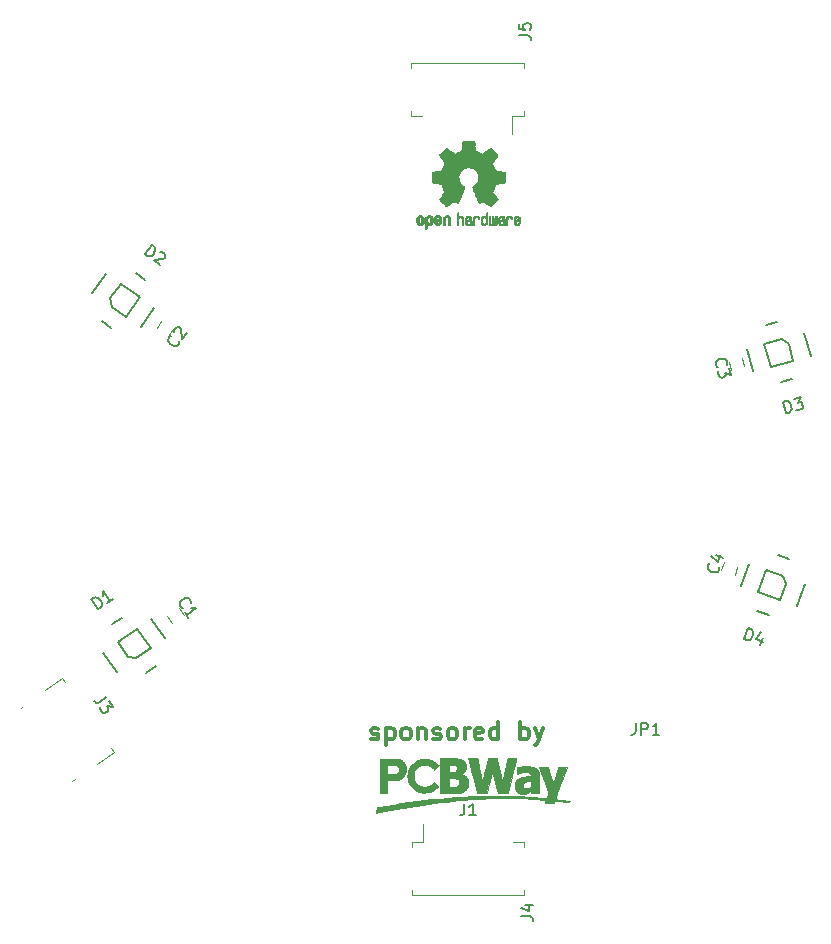
<source format=gbr>
G04 #@! TF.GenerationSoftware,KiCad,Pcbnew,(5.0.0)*
G04 #@! TF.CreationDate,2018-10-21T21:14:25+02:00*
G04 #@! TF.ProjectId,dome disc,646F6D6520646973632E6B696361645F,rev?*
G04 #@! TF.SameCoordinates,Original*
G04 #@! TF.FileFunction,Legend,Top*
G04 #@! TF.FilePolarity,Positive*
%FSLAX46Y46*%
G04 Gerber Fmt 4.6, Leading zero omitted, Abs format (unit mm)*
G04 Created by KiCad (PCBNEW (5.0.0)) date 10/21/18 21:14:25*
%MOMM*%
%LPD*%
G01*
G04 APERTURE LIST*
%ADD10C,0.300000*%
%ADD11C,0.120000*%
%ADD12C,0.200000*%
%ADD13C,0.010000*%
%ADD14C,0.150000*%
G04 APERTURE END LIST*
D10*
X123550000Y-107507142D02*
X123692857Y-107578571D01*
X123978571Y-107578571D01*
X124121428Y-107507142D01*
X124192857Y-107364285D01*
X124192857Y-107292857D01*
X124121428Y-107150000D01*
X123978571Y-107078571D01*
X123764285Y-107078571D01*
X123621428Y-107007142D01*
X123550000Y-106864285D01*
X123550000Y-106792857D01*
X123621428Y-106650000D01*
X123764285Y-106578571D01*
X123978571Y-106578571D01*
X124121428Y-106650000D01*
X124835714Y-106578571D02*
X124835714Y-108078571D01*
X124835714Y-106650000D02*
X124978571Y-106578571D01*
X125264285Y-106578571D01*
X125407142Y-106650000D01*
X125478571Y-106721428D01*
X125550000Y-106864285D01*
X125550000Y-107292857D01*
X125478571Y-107435714D01*
X125407142Y-107507142D01*
X125264285Y-107578571D01*
X124978571Y-107578571D01*
X124835714Y-107507142D01*
X126407142Y-107578571D02*
X126264285Y-107507142D01*
X126192857Y-107435714D01*
X126121428Y-107292857D01*
X126121428Y-106864285D01*
X126192857Y-106721428D01*
X126264285Y-106650000D01*
X126407142Y-106578571D01*
X126621428Y-106578571D01*
X126764285Y-106650000D01*
X126835714Y-106721428D01*
X126907142Y-106864285D01*
X126907142Y-107292857D01*
X126835714Y-107435714D01*
X126764285Y-107507142D01*
X126621428Y-107578571D01*
X126407142Y-107578571D01*
X127550000Y-106578571D02*
X127550000Y-107578571D01*
X127550000Y-106721428D02*
X127621428Y-106650000D01*
X127764285Y-106578571D01*
X127978571Y-106578571D01*
X128121428Y-106650000D01*
X128192857Y-106792857D01*
X128192857Y-107578571D01*
X128835714Y-107507142D02*
X128978571Y-107578571D01*
X129264285Y-107578571D01*
X129407142Y-107507142D01*
X129478571Y-107364285D01*
X129478571Y-107292857D01*
X129407142Y-107150000D01*
X129264285Y-107078571D01*
X129050000Y-107078571D01*
X128907142Y-107007142D01*
X128835714Y-106864285D01*
X128835714Y-106792857D01*
X128907142Y-106650000D01*
X129050000Y-106578571D01*
X129264285Y-106578571D01*
X129407142Y-106650000D01*
X130335714Y-107578571D02*
X130192857Y-107507142D01*
X130121428Y-107435714D01*
X130050000Y-107292857D01*
X130050000Y-106864285D01*
X130121428Y-106721428D01*
X130192857Y-106650000D01*
X130335714Y-106578571D01*
X130550000Y-106578571D01*
X130692857Y-106650000D01*
X130764285Y-106721428D01*
X130835714Y-106864285D01*
X130835714Y-107292857D01*
X130764285Y-107435714D01*
X130692857Y-107507142D01*
X130550000Y-107578571D01*
X130335714Y-107578571D01*
X131478571Y-107578571D02*
X131478571Y-106578571D01*
X131478571Y-106864285D02*
X131550000Y-106721428D01*
X131621428Y-106650000D01*
X131764285Y-106578571D01*
X131907142Y-106578571D01*
X132978571Y-107507142D02*
X132835714Y-107578571D01*
X132550000Y-107578571D01*
X132407142Y-107507142D01*
X132335714Y-107364285D01*
X132335714Y-106792857D01*
X132407142Y-106650000D01*
X132550000Y-106578571D01*
X132835714Y-106578571D01*
X132978571Y-106650000D01*
X133050000Y-106792857D01*
X133050000Y-106935714D01*
X132335714Y-107078571D01*
X134335714Y-107578571D02*
X134335714Y-106078571D01*
X134335714Y-107507142D02*
X134192857Y-107578571D01*
X133907142Y-107578571D01*
X133764285Y-107507142D01*
X133692857Y-107435714D01*
X133621428Y-107292857D01*
X133621428Y-106864285D01*
X133692857Y-106721428D01*
X133764285Y-106650000D01*
X133907142Y-106578571D01*
X134192857Y-106578571D01*
X134335714Y-106650000D01*
X136192857Y-107578571D02*
X136192857Y-106078571D01*
X136192857Y-106650000D02*
X136335714Y-106578571D01*
X136621428Y-106578571D01*
X136764285Y-106650000D01*
X136835714Y-106721428D01*
X136907142Y-106864285D01*
X136907142Y-107292857D01*
X136835714Y-107435714D01*
X136764285Y-107507142D01*
X136621428Y-107578571D01*
X136335714Y-107578571D01*
X136192857Y-107507142D01*
X137407142Y-106578571D02*
X137764285Y-107578571D01*
X138121428Y-106578571D02*
X137764285Y-107578571D01*
X137621428Y-107935714D01*
X137550000Y-108007142D01*
X137407142Y-108078571D01*
D11*
G04 #@! TO.C,J3*
X101786076Y-108640154D02*
X101568117Y-108328876D01*
X98468510Y-110963138D02*
X98255531Y-111112268D01*
X101786076Y-108640154D02*
X100336177Y-109655384D01*
X97415424Y-102398215D02*
X97633383Y-102709493D01*
X95965525Y-103413445D02*
X97415424Y-102398215D01*
X93884878Y-104870329D02*
X94097858Y-104721200D01*
G04 #@! TO.C,J2*
X127875000Y-54800000D02*
X126925000Y-54800000D01*
X126925000Y-54800000D02*
X126925000Y-54400000D01*
X135525000Y-54800000D02*
X136475000Y-54800000D01*
X136475000Y-54800000D02*
X136475000Y-54400000D01*
X126925000Y-50700000D02*
X126925000Y-50300000D01*
X126925000Y-50300000D02*
X131700000Y-50300000D01*
X136475000Y-50700000D02*
X136475000Y-50300000D01*
X136475000Y-50300000D02*
X131700000Y-50300000D01*
X135525000Y-54800000D02*
X135525000Y-56300000D01*
G04 #@! TO.C,C1*
X106709261Y-97730849D02*
X106307757Y-97157443D01*
X107290739Y-96469151D02*
X107692243Y-97042557D01*
G04 #@! TO.C,C2*
X106792243Y-72857443D02*
X106390739Y-73430849D01*
X105407757Y-72742557D02*
X105809261Y-72169151D01*
G04 #@! TO.C,C3*
X154988969Y-75306635D02*
X155170142Y-75982783D01*
X154011031Y-76293365D02*
X153829858Y-75617217D01*
G04 #@! TO.C,C4*
X153216477Y-93223680D02*
X153455891Y-92565895D01*
X154583523Y-92976320D02*
X154344109Y-93634105D01*
D12*
G04 #@! TO.C,D1*
X102107272Y-99354424D02*
X103745576Y-98207272D01*
X103745576Y-98207272D02*
X104892728Y-99845576D01*
X104892728Y-99845576D02*
X103664000Y-100705940D01*
X103664000Y-100705940D02*
X102967636Y-100583152D01*
X102967636Y-100583152D02*
X102107272Y-99354424D01*
X100878543Y-100214789D02*
X102025696Y-101853093D01*
X104524365Y-101934668D02*
X105343517Y-101361092D01*
X104974304Y-97346907D02*
X106121457Y-98985211D01*
X101656483Y-97838908D02*
X102475635Y-97265332D01*
G04 #@! TO.C,D2*
X103624365Y-68065332D02*
X104443517Y-68638908D01*
X105221457Y-71014789D02*
X104074304Y-72653093D01*
X100756483Y-72161092D02*
X101575635Y-72734668D01*
X101125696Y-68146907D02*
X99978543Y-69785211D01*
X101494060Y-70236000D02*
X102354424Y-69007272D01*
X101616848Y-70932364D02*
X101494060Y-70236000D01*
X102845576Y-71792728D02*
X101616848Y-70932364D01*
X103992728Y-70154424D02*
X102845576Y-71792728D01*
X102354424Y-69007272D02*
X103992728Y-70154424D01*
G04 #@! TO.C,D3*
X159324745Y-75507107D02*
X157392893Y-76024745D01*
X157392893Y-76024745D02*
X156875255Y-74092893D01*
X156875255Y-74092893D02*
X158324144Y-73704665D01*
X158324144Y-73704665D02*
X158936516Y-74058218D01*
X158936516Y-74058218D02*
X159324745Y-75507107D01*
X160773634Y-75118878D02*
X160255996Y-73187027D01*
X157935915Y-72255776D02*
X156969989Y-72514595D01*
X155944004Y-76412973D02*
X155426366Y-74481122D01*
X159230011Y-77085405D02*
X158264085Y-77344224D01*
G04 #@! TO.C,D4*
X157214796Y-97020242D02*
X156275103Y-96678221D01*
X154908748Y-94584642D02*
X155592789Y-92705257D01*
X158924897Y-92321779D02*
X157985204Y-91979758D01*
X159607211Y-96294743D02*
X160291252Y-94415358D01*
X158710703Y-94372174D02*
X158197672Y-95781713D01*
X158411866Y-93731317D02*
X158710703Y-94372174D01*
X157002328Y-93218287D02*
X158411866Y-93731317D01*
X156318287Y-95097672D02*
X157002328Y-93218287D01*
X158197672Y-95781713D02*
X156318287Y-95097672D01*
D13*
G04 #@! TO.C,REF\002A\002A\002A*
G36*
X128568886Y-63184505D02*
X128643539Y-63221727D01*
X128709431Y-63290261D01*
X128727577Y-63315648D01*
X128747345Y-63348866D01*
X128760172Y-63384945D01*
X128767510Y-63433098D01*
X128770813Y-63502536D01*
X128771538Y-63594206D01*
X128768263Y-63719830D01*
X128756877Y-63814154D01*
X128735041Y-63884523D01*
X128700419Y-63938286D01*
X128650670Y-63982788D01*
X128647014Y-63985423D01*
X128597985Y-64012377D01*
X128538945Y-64025712D01*
X128463859Y-64029000D01*
X128341795Y-64029000D01*
X128341744Y-64147497D01*
X128340608Y-64213492D01*
X128333686Y-64252202D01*
X128315598Y-64275419D01*
X128280962Y-64294933D01*
X128272645Y-64298920D01*
X128233720Y-64317603D01*
X128203583Y-64329403D01*
X128181174Y-64330422D01*
X128165433Y-64316761D01*
X128155302Y-64284522D01*
X128149723Y-64229804D01*
X128147635Y-64148711D01*
X128147981Y-64037344D01*
X128149700Y-63891802D01*
X128150237Y-63848269D01*
X128152172Y-63698205D01*
X128153904Y-63600042D01*
X128341692Y-63600042D01*
X128342748Y-63683364D01*
X128347438Y-63737880D01*
X128358051Y-63773837D01*
X128376872Y-63801482D01*
X128389650Y-63814965D01*
X128441890Y-63854417D01*
X128488142Y-63857628D01*
X128535867Y-63825049D01*
X128537077Y-63823846D01*
X128556494Y-63798668D01*
X128568307Y-63764447D01*
X128574265Y-63711748D01*
X128576120Y-63631131D01*
X128576154Y-63613271D01*
X128571670Y-63502175D01*
X128557074Y-63425161D01*
X128530650Y-63378147D01*
X128490683Y-63357050D01*
X128467584Y-63354923D01*
X128412762Y-63364900D01*
X128375158Y-63397752D01*
X128352523Y-63457857D01*
X128342606Y-63549598D01*
X128341692Y-63600042D01*
X128153904Y-63600042D01*
X128154222Y-63582060D01*
X128156873Y-63494679D01*
X128160606Y-63430905D01*
X128165907Y-63385582D01*
X128173258Y-63353555D01*
X128183143Y-63329668D01*
X128196046Y-63308764D01*
X128201579Y-63300898D01*
X128274969Y-63226595D01*
X128367760Y-63184467D01*
X128475096Y-63172722D01*
X128568886Y-63184505D01*
X128568886Y-63184505D01*
G37*
X128568886Y-63184505D02*
X128643539Y-63221727D01*
X128709431Y-63290261D01*
X128727577Y-63315648D01*
X128747345Y-63348866D01*
X128760172Y-63384945D01*
X128767510Y-63433098D01*
X128770813Y-63502536D01*
X128771538Y-63594206D01*
X128768263Y-63719830D01*
X128756877Y-63814154D01*
X128735041Y-63884523D01*
X128700419Y-63938286D01*
X128650670Y-63982788D01*
X128647014Y-63985423D01*
X128597985Y-64012377D01*
X128538945Y-64025712D01*
X128463859Y-64029000D01*
X128341795Y-64029000D01*
X128341744Y-64147497D01*
X128340608Y-64213492D01*
X128333686Y-64252202D01*
X128315598Y-64275419D01*
X128280962Y-64294933D01*
X128272645Y-64298920D01*
X128233720Y-64317603D01*
X128203583Y-64329403D01*
X128181174Y-64330422D01*
X128165433Y-64316761D01*
X128155302Y-64284522D01*
X128149723Y-64229804D01*
X128147635Y-64148711D01*
X128147981Y-64037344D01*
X128149700Y-63891802D01*
X128150237Y-63848269D01*
X128152172Y-63698205D01*
X128153904Y-63600042D01*
X128341692Y-63600042D01*
X128342748Y-63683364D01*
X128347438Y-63737880D01*
X128358051Y-63773837D01*
X128376872Y-63801482D01*
X128389650Y-63814965D01*
X128441890Y-63854417D01*
X128488142Y-63857628D01*
X128535867Y-63825049D01*
X128537077Y-63823846D01*
X128556494Y-63798668D01*
X128568307Y-63764447D01*
X128574265Y-63711748D01*
X128576120Y-63631131D01*
X128576154Y-63613271D01*
X128571670Y-63502175D01*
X128557074Y-63425161D01*
X128530650Y-63378147D01*
X128490683Y-63357050D01*
X128467584Y-63354923D01*
X128412762Y-63364900D01*
X128375158Y-63397752D01*
X128352523Y-63457857D01*
X128342606Y-63549598D01*
X128341692Y-63600042D01*
X128153904Y-63600042D01*
X128154222Y-63582060D01*
X128156873Y-63494679D01*
X128160606Y-63430905D01*
X128165907Y-63385582D01*
X128173258Y-63353555D01*
X128183143Y-63329668D01*
X128196046Y-63308764D01*
X128201579Y-63300898D01*
X128274969Y-63226595D01*
X128367760Y-63184467D01*
X128475096Y-63172722D01*
X128568886Y-63184505D01*
G36*
X130071664Y-63195089D02*
X130134367Y-63231358D01*
X130177961Y-63267358D01*
X130209845Y-63305075D01*
X130231810Y-63351199D01*
X130245649Y-63412421D01*
X130253153Y-63495431D01*
X130256117Y-63606919D01*
X130256461Y-63687062D01*
X130256461Y-63982065D01*
X130090385Y-64056515D01*
X130080615Y-63733402D01*
X130076579Y-63612729D01*
X130072344Y-63525141D01*
X130067097Y-63464650D01*
X130060025Y-63425268D01*
X130050311Y-63401007D01*
X130037144Y-63385880D01*
X130032919Y-63382606D01*
X129968909Y-63357034D01*
X129904208Y-63367153D01*
X129865692Y-63394000D01*
X129850025Y-63413024D01*
X129839180Y-63437988D01*
X129832288Y-63475834D01*
X129828479Y-63533502D01*
X129826883Y-63617935D01*
X129826615Y-63705928D01*
X129826563Y-63816323D01*
X129824672Y-63894463D01*
X129818345Y-63947165D01*
X129804983Y-63981242D01*
X129781985Y-64003511D01*
X129746754Y-64020787D01*
X129699697Y-64038738D01*
X129648303Y-64058278D01*
X129654421Y-63711485D01*
X129656884Y-63586468D01*
X129659767Y-63494082D01*
X129663898Y-63427881D01*
X129670107Y-63381420D01*
X129679226Y-63348256D01*
X129692083Y-63321944D01*
X129707584Y-63298729D01*
X129782371Y-63224569D01*
X129873628Y-63181684D01*
X129972883Y-63171412D01*
X130071664Y-63195089D01*
X130071664Y-63195089D01*
G37*
X130071664Y-63195089D02*
X130134367Y-63231358D01*
X130177961Y-63267358D01*
X130209845Y-63305075D01*
X130231810Y-63351199D01*
X130245649Y-63412421D01*
X130253153Y-63495431D01*
X130256117Y-63606919D01*
X130256461Y-63687062D01*
X130256461Y-63982065D01*
X130090385Y-64056515D01*
X130080615Y-63733402D01*
X130076579Y-63612729D01*
X130072344Y-63525141D01*
X130067097Y-63464650D01*
X130060025Y-63425268D01*
X130050311Y-63401007D01*
X130037144Y-63385880D01*
X130032919Y-63382606D01*
X129968909Y-63357034D01*
X129904208Y-63367153D01*
X129865692Y-63394000D01*
X129850025Y-63413024D01*
X129839180Y-63437988D01*
X129832288Y-63475834D01*
X129828479Y-63533502D01*
X129826883Y-63617935D01*
X129826615Y-63705928D01*
X129826563Y-63816323D01*
X129824672Y-63894463D01*
X129818345Y-63947165D01*
X129804983Y-63981242D01*
X129781985Y-64003511D01*
X129746754Y-64020787D01*
X129699697Y-64038738D01*
X129648303Y-64058278D01*
X129654421Y-63711485D01*
X129656884Y-63586468D01*
X129659767Y-63494082D01*
X129663898Y-63427881D01*
X129670107Y-63381420D01*
X129679226Y-63348256D01*
X129692083Y-63321944D01*
X129707584Y-63298729D01*
X129782371Y-63224569D01*
X129873628Y-63181684D01*
X129972883Y-63171412D01*
X130071664Y-63195089D01*
G36*
X127816886Y-63187256D02*
X127908464Y-63235409D01*
X127976049Y-63312905D01*
X128000057Y-63362727D01*
X128018738Y-63437533D01*
X128028301Y-63532052D01*
X128029208Y-63635210D01*
X128021921Y-63735935D01*
X128006903Y-63823153D01*
X127984615Y-63885791D01*
X127977765Y-63896579D01*
X127896632Y-63977105D01*
X127800266Y-64025336D01*
X127695701Y-64039450D01*
X127589968Y-64017629D01*
X127560543Y-64004547D01*
X127503241Y-63964231D01*
X127452950Y-63910775D01*
X127448197Y-63903995D01*
X127428878Y-63871321D01*
X127416108Y-63836394D01*
X127408564Y-63790414D01*
X127404924Y-63724584D01*
X127403865Y-63630105D01*
X127403846Y-63608923D01*
X127403894Y-63602182D01*
X127599231Y-63602182D01*
X127600368Y-63691349D01*
X127604841Y-63750520D01*
X127614246Y-63788741D01*
X127630176Y-63815053D01*
X127638308Y-63823846D01*
X127685058Y-63857261D01*
X127730447Y-63855737D01*
X127776340Y-63826752D01*
X127803712Y-63795809D01*
X127819923Y-63750643D01*
X127829026Y-63679420D01*
X127829651Y-63671114D01*
X127831204Y-63542037D01*
X127814965Y-63446172D01*
X127781152Y-63384107D01*
X127729984Y-63356432D01*
X127711720Y-63354923D01*
X127663760Y-63362513D01*
X127630953Y-63388808D01*
X127610895Y-63439095D01*
X127601178Y-63518664D01*
X127599231Y-63602182D01*
X127403894Y-63602182D01*
X127404574Y-63508249D01*
X127407629Y-63437906D01*
X127414322Y-63389163D01*
X127425960Y-63353288D01*
X127443853Y-63321548D01*
X127447808Y-63315648D01*
X127514267Y-63236104D01*
X127586685Y-63189929D01*
X127674849Y-63171599D01*
X127704787Y-63170703D01*
X127816886Y-63187256D01*
X127816886Y-63187256D01*
G37*
X127816886Y-63187256D02*
X127908464Y-63235409D01*
X127976049Y-63312905D01*
X128000057Y-63362727D01*
X128018738Y-63437533D01*
X128028301Y-63532052D01*
X128029208Y-63635210D01*
X128021921Y-63735935D01*
X128006903Y-63823153D01*
X127984615Y-63885791D01*
X127977765Y-63896579D01*
X127896632Y-63977105D01*
X127800266Y-64025336D01*
X127695701Y-64039450D01*
X127589968Y-64017629D01*
X127560543Y-64004547D01*
X127503241Y-63964231D01*
X127452950Y-63910775D01*
X127448197Y-63903995D01*
X127428878Y-63871321D01*
X127416108Y-63836394D01*
X127408564Y-63790414D01*
X127404924Y-63724584D01*
X127403865Y-63630105D01*
X127403846Y-63608923D01*
X127403894Y-63602182D01*
X127599231Y-63602182D01*
X127600368Y-63691349D01*
X127604841Y-63750520D01*
X127614246Y-63788741D01*
X127630176Y-63815053D01*
X127638308Y-63823846D01*
X127685058Y-63857261D01*
X127730447Y-63855737D01*
X127776340Y-63826752D01*
X127803712Y-63795809D01*
X127819923Y-63750643D01*
X127829026Y-63679420D01*
X127829651Y-63671114D01*
X127831204Y-63542037D01*
X127814965Y-63446172D01*
X127781152Y-63384107D01*
X127729984Y-63356432D01*
X127711720Y-63354923D01*
X127663760Y-63362513D01*
X127630953Y-63388808D01*
X127610895Y-63439095D01*
X127601178Y-63518664D01*
X127599231Y-63602182D01*
X127403894Y-63602182D01*
X127404574Y-63508249D01*
X127407629Y-63437906D01*
X127414322Y-63389163D01*
X127425960Y-63353288D01*
X127443853Y-63321548D01*
X127447808Y-63315648D01*
X127514267Y-63236104D01*
X127586685Y-63189929D01*
X127674849Y-63171599D01*
X127704787Y-63170703D01*
X127816886Y-63187256D01*
G36*
X129334254Y-63199745D02*
X129411286Y-63251567D01*
X129470816Y-63326412D01*
X129506378Y-63421654D01*
X129513571Y-63491756D01*
X129512754Y-63521009D01*
X129505914Y-63543407D01*
X129487112Y-63563474D01*
X129450408Y-63585733D01*
X129389862Y-63614709D01*
X129299534Y-63654927D01*
X129299077Y-63655129D01*
X129215933Y-63693210D01*
X129147753Y-63727025D01*
X129101505Y-63752933D01*
X129084158Y-63767295D01*
X129084154Y-63767411D01*
X129099443Y-63798685D01*
X129135196Y-63833157D01*
X129176242Y-63857990D01*
X129197037Y-63862923D01*
X129253770Y-63845862D01*
X129302627Y-63803133D01*
X129326465Y-63756155D01*
X129349397Y-63721522D01*
X129394318Y-63682081D01*
X129447123Y-63648009D01*
X129493710Y-63629480D01*
X129503452Y-63628462D01*
X129514418Y-63645215D01*
X129515079Y-63688039D01*
X129507020Y-63745781D01*
X129491827Y-63807289D01*
X129471086Y-63861409D01*
X129470038Y-63863510D01*
X129407621Y-63950660D01*
X129326726Y-64009939D01*
X129234856Y-64039034D01*
X129139513Y-64035634D01*
X129048198Y-63997428D01*
X129044138Y-63994741D01*
X128972306Y-63929642D01*
X128925073Y-63844705D01*
X128898934Y-63733021D01*
X128895426Y-63701643D01*
X128889213Y-63553536D01*
X128896661Y-63484468D01*
X129084154Y-63484468D01*
X129086590Y-63527552D01*
X129099914Y-63540126D01*
X129133132Y-63530719D01*
X129185494Y-63508483D01*
X129244024Y-63480610D01*
X129245479Y-63479872D01*
X129295089Y-63453777D01*
X129315000Y-63436363D01*
X129310090Y-63418107D01*
X129289416Y-63394120D01*
X129236819Y-63359406D01*
X129180177Y-63356856D01*
X129129369Y-63382119D01*
X129094276Y-63430847D01*
X129084154Y-63484468D01*
X128896661Y-63484468D01*
X128901992Y-63435036D01*
X128934778Y-63341055D01*
X128980421Y-63275215D01*
X129062802Y-63208681D01*
X129153546Y-63175676D01*
X129246185Y-63173573D01*
X129334254Y-63199745D01*
X129334254Y-63199745D01*
G37*
X129334254Y-63199745D02*
X129411286Y-63251567D01*
X129470816Y-63326412D01*
X129506378Y-63421654D01*
X129513571Y-63491756D01*
X129512754Y-63521009D01*
X129505914Y-63543407D01*
X129487112Y-63563474D01*
X129450408Y-63585733D01*
X129389862Y-63614709D01*
X129299534Y-63654927D01*
X129299077Y-63655129D01*
X129215933Y-63693210D01*
X129147753Y-63727025D01*
X129101505Y-63752933D01*
X129084158Y-63767295D01*
X129084154Y-63767411D01*
X129099443Y-63798685D01*
X129135196Y-63833157D01*
X129176242Y-63857990D01*
X129197037Y-63862923D01*
X129253770Y-63845862D01*
X129302627Y-63803133D01*
X129326465Y-63756155D01*
X129349397Y-63721522D01*
X129394318Y-63682081D01*
X129447123Y-63648009D01*
X129493710Y-63629480D01*
X129503452Y-63628462D01*
X129514418Y-63645215D01*
X129515079Y-63688039D01*
X129507020Y-63745781D01*
X129491827Y-63807289D01*
X129471086Y-63861409D01*
X129470038Y-63863510D01*
X129407621Y-63950660D01*
X129326726Y-64009939D01*
X129234856Y-64039034D01*
X129139513Y-64035634D01*
X129048198Y-63997428D01*
X129044138Y-63994741D01*
X128972306Y-63929642D01*
X128925073Y-63844705D01*
X128898934Y-63733021D01*
X128895426Y-63701643D01*
X128889213Y-63553536D01*
X128896661Y-63484468D01*
X129084154Y-63484468D01*
X129086590Y-63527552D01*
X129099914Y-63540126D01*
X129133132Y-63530719D01*
X129185494Y-63508483D01*
X129244024Y-63480610D01*
X129245479Y-63479872D01*
X129295089Y-63453777D01*
X129315000Y-63436363D01*
X129310090Y-63418107D01*
X129289416Y-63394120D01*
X129236819Y-63359406D01*
X129180177Y-63356856D01*
X129129369Y-63382119D01*
X129094276Y-63430847D01*
X129084154Y-63484468D01*
X128896661Y-63484468D01*
X128901992Y-63435036D01*
X128934778Y-63341055D01*
X128980421Y-63275215D01*
X129062802Y-63208681D01*
X129153546Y-63175676D01*
X129246185Y-63173573D01*
X129334254Y-63199745D01*
G36*
X130959846Y-63092120D02*
X130965572Y-63171980D01*
X130972149Y-63219039D01*
X130981262Y-63239566D01*
X130994598Y-63239829D01*
X130998923Y-63237378D01*
X131056444Y-63219636D01*
X131131268Y-63220672D01*
X131207339Y-63238910D01*
X131254918Y-63262505D01*
X131303702Y-63300198D01*
X131339364Y-63342855D01*
X131363845Y-63397057D01*
X131379087Y-63469384D01*
X131387030Y-63566419D01*
X131389616Y-63694742D01*
X131389662Y-63719358D01*
X131389692Y-63995870D01*
X131328161Y-64017320D01*
X131284459Y-64031912D01*
X131260482Y-64038706D01*
X131259777Y-64038769D01*
X131257415Y-64020345D01*
X131255406Y-63969526D01*
X131253901Y-63892993D01*
X131253053Y-63797430D01*
X131252923Y-63739329D01*
X131252651Y-63624771D01*
X131251252Y-63542667D01*
X131247849Y-63486393D01*
X131241567Y-63449326D01*
X131231529Y-63424844D01*
X131216861Y-63406325D01*
X131207702Y-63397406D01*
X131144789Y-63361466D01*
X131076136Y-63358775D01*
X131013848Y-63389170D01*
X131002329Y-63400144D01*
X130985433Y-63420779D01*
X130973714Y-63445256D01*
X130966233Y-63480647D01*
X130962054Y-63534026D01*
X130960237Y-63612466D01*
X130959846Y-63720617D01*
X130959846Y-63995870D01*
X130898315Y-64017320D01*
X130854613Y-64031912D01*
X130830636Y-64038706D01*
X130829930Y-64038769D01*
X130828126Y-64020069D01*
X130826500Y-63967322D01*
X130825117Y-63885557D01*
X130824042Y-63779805D01*
X130823340Y-63655094D01*
X130823077Y-63516455D01*
X130823077Y-62981806D01*
X130950077Y-62928236D01*
X130959846Y-63092120D01*
X130959846Y-63092120D01*
G37*
X130959846Y-63092120D02*
X130965572Y-63171980D01*
X130972149Y-63219039D01*
X130981262Y-63239566D01*
X130994598Y-63239829D01*
X130998923Y-63237378D01*
X131056444Y-63219636D01*
X131131268Y-63220672D01*
X131207339Y-63238910D01*
X131254918Y-63262505D01*
X131303702Y-63300198D01*
X131339364Y-63342855D01*
X131363845Y-63397057D01*
X131379087Y-63469384D01*
X131387030Y-63566419D01*
X131389616Y-63694742D01*
X131389662Y-63719358D01*
X131389692Y-63995870D01*
X131328161Y-64017320D01*
X131284459Y-64031912D01*
X131260482Y-64038706D01*
X131259777Y-64038769D01*
X131257415Y-64020345D01*
X131255406Y-63969526D01*
X131253901Y-63892993D01*
X131253053Y-63797430D01*
X131252923Y-63739329D01*
X131252651Y-63624771D01*
X131251252Y-63542667D01*
X131247849Y-63486393D01*
X131241567Y-63449326D01*
X131231529Y-63424844D01*
X131216861Y-63406325D01*
X131207702Y-63397406D01*
X131144789Y-63361466D01*
X131076136Y-63358775D01*
X131013848Y-63389170D01*
X131002329Y-63400144D01*
X130985433Y-63420779D01*
X130973714Y-63445256D01*
X130966233Y-63480647D01*
X130962054Y-63534026D01*
X130960237Y-63612466D01*
X130959846Y-63720617D01*
X130959846Y-63995870D01*
X130898315Y-64017320D01*
X130854613Y-64031912D01*
X130830636Y-64038706D01*
X130829930Y-64038769D01*
X130828126Y-64020069D01*
X130826500Y-63967322D01*
X130825117Y-63885557D01*
X130824042Y-63779805D01*
X130823340Y-63655094D01*
X130823077Y-63516455D01*
X130823077Y-62981806D01*
X130950077Y-62928236D01*
X130959846Y-63092120D01*
G36*
X131853501Y-63226303D02*
X131930060Y-63254733D01*
X131930936Y-63255279D01*
X131978285Y-63290127D01*
X132013241Y-63330852D01*
X132037825Y-63383925D01*
X132054062Y-63455814D01*
X132063975Y-63552992D01*
X132069586Y-63681928D01*
X132070077Y-63700298D01*
X132077141Y-63977287D01*
X132017695Y-64008028D01*
X131974681Y-64028802D01*
X131948710Y-64038646D01*
X131947509Y-64038769D01*
X131943014Y-64020606D01*
X131939444Y-63971612D01*
X131937248Y-63900031D01*
X131936769Y-63842068D01*
X131936758Y-63748170D01*
X131932466Y-63689203D01*
X131917503Y-63661079D01*
X131885482Y-63659706D01*
X131830014Y-63680998D01*
X131746269Y-63720136D01*
X131684689Y-63752643D01*
X131653017Y-63780845D01*
X131643706Y-63811582D01*
X131643692Y-63813104D01*
X131659057Y-63866054D01*
X131704547Y-63894660D01*
X131774166Y-63898803D01*
X131824313Y-63898084D01*
X131850754Y-63912527D01*
X131867243Y-63947218D01*
X131876733Y-63991416D01*
X131863057Y-64016493D01*
X131857907Y-64020082D01*
X131809425Y-64034496D01*
X131741531Y-64036537D01*
X131671612Y-64026983D01*
X131622068Y-64009522D01*
X131553570Y-63951364D01*
X131514634Y-63870408D01*
X131506923Y-63807160D01*
X131512807Y-63750111D01*
X131534101Y-63703542D01*
X131576265Y-63662181D01*
X131644759Y-63620755D01*
X131745044Y-63573993D01*
X131751154Y-63571350D01*
X131841490Y-63529617D01*
X131897235Y-63495391D01*
X131921129Y-63464635D01*
X131915913Y-63433311D01*
X131884328Y-63397383D01*
X131874883Y-63389116D01*
X131811617Y-63357058D01*
X131746064Y-63358407D01*
X131688972Y-63389838D01*
X131651093Y-63448024D01*
X131647574Y-63459446D01*
X131613300Y-63514837D01*
X131569809Y-63541518D01*
X131506923Y-63567960D01*
X131506923Y-63499548D01*
X131526052Y-63400110D01*
X131582831Y-63308902D01*
X131612378Y-63278389D01*
X131679542Y-63239228D01*
X131764956Y-63221500D01*
X131853501Y-63226303D01*
X131853501Y-63226303D01*
G37*
X131853501Y-63226303D02*
X131930060Y-63254733D01*
X131930936Y-63255279D01*
X131978285Y-63290127D01*
X132013241Y-63330852D01*
X132037825Y-63383925D01*
X132054062Y-63455814D01*
X132063975Y-63552992D01*
X132069586Y-63681928D01*
X132070077Y-63700298D01*
X132077141Y-63977287D01*
X132017695Y-64008028D01*
X131974681Y-64028802D01*
X131948710Y-64038646D01*
X131947509Y-64038769D01*
X131943014Y-64020606D01*
X131939444Y-63971612D01*
X131937248Y-63900031D01*
X131936769Y-63842068D01*
X131936758Y-63748170D01*
X131932466Y-63689203D01*
X131917503Y-63661079D01*
X131885482Y-63659706D01*
X131830014Y-63680998D01*
X131746269Y-63720136D01*
X131684689Y-63752643D01*
X131653017Y-63780845D01*
X131643706Y-63811582D01*
X131643692Y-63813104D01*
X131659057Y-63866054D01*
X131704547Y-63894660D01*
X131774166Y-63898803D01*
X131824313Y-63898084D01*
X131850754Y-63912527D01*
X131867243Y-63947218D01*
X131876733Y-63991416D01*
X131863057Y-64016493D01*
X131857907Y-64020082D01*
X131809425Y-64034496D01*
X131741531Y-64036537D01*
X131671612Y-64026983D01*
X131622068Y-64009522D01*
X131553570Y-63951364D01*
X131514634Y-63870408D01*
X131506923Y-63807160D01*
X131512807Y-63750111D01*
X131534101Y-63703542D01*
X131576265Y-63662181D01*
X131644759Y-63620755D01*
X131745044Y-63573993D01*
X131751154Y-63571350D01*
X131841490Y-63529617D01*
X131897235Y-63495391D01*
X131921129Y-63464635D01*
X131915913Y-63433311D01*
X131884328Y-63397383D01*
X131874883Y-63389116D01*
X131811617Y-63357058D01*
X131746064Y-63358407D01*
X131688972Y-63389838D01*
X131651093Y-63448024D01*
X131647574Y-63459446D01*
X131613300Y-63514837D01*
X131569809Y-63541518D01*
X131506923Y-63567960D01*
X131506923Y-63499548D01*
X131526052Y-63400110D01*
X131582831Y-63308902D01*
X131612378Y-63278389D01*
X131679542Y-63239228D01*
X131764956Y-63221500D01*
X131853501Y-63226303D01*
G36*
X132513362Y-63224670D02*
X132602117Y-63257421D01*
X132674022Y-63315350D01*
X132702144Y-63356128D01*
X132732802Y-63430954D01*
X132732165Y-63485058D01*
X132699987Y-63521446D01*
X132688081Y-63527633D01*
X132636675Y-63546925D01*
X132610422Y-63541982D01*
X132601530Y-63509587D01*
X132601077Y-63491692D01*
X132584797Y-63425859D01*
X132542365Y-63379807D01*
X132483388Y-63357564D01*
X132417475Y-63363161D01*
X132363895Y-63392229D01*
X132345798Y-63408810D01*
X132332971Y-63428925D01*
X132324306Y-63459332D01*
X132318696Y-63506788D01*
X132315035Y-63578050D01*
X132312215Y-63679875D01*
X132311484Y-63712115D01*
X132308820Y-63822410D01*
X132305792Y-63900036D01*
X132301250Y-63951396D01*
X132294046Y-63982890D01*
X132283033Y-64000920D01*
X132267060Y-64011888D01*
X132256834Y-64016733D01*
X132213406Y-64033301D01*
X132187842Y-64038769D01*
X132179395Y-64020507D01*
X132174239Y-63965296D01*
X132172346Y-63872499D01*
X132173689Y-63741478D01*
X132174107Y-63721269D01*
X132177058Y-63601733D01*
X132180548Y-63514449D01*
X132185514Y-63452591D01*
X132192893Y-63409336D01*
X132203624Y-63377860D01*
X132218645Y-63351339D01*
X132226502Y-63339975D01*
X132271553Y-63289692D01*
X132321940Y-63250581D01*
X132328108Y-63247167D01*
X132418458Y-63220212D01*
X132513362Y-63224670D01*
X132513362Y-63224670D01*
G37*
X132513362Y-63224670D02*
X132602117Y-63257421D01*
X132674022Y-63315350D01*
X132702144Y-63356128D01*
X132732802Y-63430954D01*
X132732165Y-63485058D01*
X132699987Y-63521446D01*
X132688081Y-63527633D01*
X132636675Y-63546925D01*
X132610422Y-63541982D01*
X132601530Y-63509587D01*
X132601077Y-63491692D01*
X132584797Y-63425859D01*
X132542365Y-63379807D01*
X132483388Y-63357564D01*
X132417475Y-63363161D01*
X132363895Y-63392229D01*
X132345798Y-63408810D01*
X132332971Y-63428925D01*
X132324306Y-63459332D01*
X132318696Y-63506788D01*
X132315035Y-63578050D01*
X132312215Y-63679875D01*
X132311484Y-63712115D01*
X132308820Y-63822410D01*
X132305792Y-63900036D01*
X132301250Y-63951396D01*
X132294046Y-63982890D01*
X132283033Y-64000920D01*
X132267060Y-64011888D01*
X132256834Y-64016733D01*
X132213406Y-64033301D01*
X132187842Y-64038769D01*
X132179395Y-64020507D01*
X132174239Y-63965296D01*
X132172346Y-63872499D01*
X132173689Y-63741478D01*
X132174107Y-63721269D01*
X132177058Y-63601733D01*
X132180548Y-63514449D01*
X132185514Y-63452591D01*
X132192893Y-63409336D01*
X132203624Y-63377860D01*
X132218645Y-63351339D01*
X132226502Y-63339975D01*
X132271553Y-63289692D01*
X132321940Y-63250581D01*
X132328108Y-63247167D01*
X132418458Y-63220212D01*
X132513362Y-63224670D01*
G36*
X133402081Y-63380289D02*
X133401833Y-63526320D01*
X133400872Y-63638655D01*
X133398794Y-63722678D01*
X133395193Y-63783769D01*
X133389665Y-63827309D01*
X133381804Y-63858679D01*
X133371207Y-63883262D01*
X133363182Y-63897294D01*
X133296728Y-63973388D01*
X133212470Y-64021084D01*
X133119249Y-64038199D01*
X133025900Y-64022546D01*
X132970312Y-63994418D01*
X132911957Y-63945760D01*
X132872186Y-63886333D01*
X132848190Y-63808507D01*
X132837161Y-63704652D01*
X132835599Y-63628462D01*
X132835809Y-63622986D01*
X132972308Y-63622986D01*
X132973141Y-63710355D01*
X132976961Y-63768192D01*
X132985746Y-63806029D01*
X133001474Y-63833398D01*
X133020266Y-63854042D01*
X133083375Y-63893890D01*
X133151137Y-63897295D01*
X133215179Y-63864025D01*
X133220164Y-63859517D01*
X133241439Y-63836067D01*
X133254779Y-63808166D01*
X133262001Y-63766641D01*
X133264923Y-63702316D01*
X133265385Y-63631200D01*
X133264383Y-63541858D01*
X133260238Y-63482258D01*
X133251236Y-63443089D01*
X133235667Y-63415040D01*
X133222902Y-63400144D01*
X133163600Y-63362575D01*
X133095301Y-63358057D01*
X133030110Y-63386753D01*
X133017528Y-63397406D01*
X132996111Y-63421063D01*
X132982744Y-63449251D01*
X132975566Y-63491245D01*
X132972719Y-63556319D01*
X132972308Y-63622986D01*
X132835809Y-63622986D01*
X132840322Y-63505765D01*
X132856362Y-63413577D01*
X132886528Y-63344269D01*
X132933629Y-63290211D01*
X132970312Y-63262505D01*
X133036990Y-63232572D01*
X133114272Y-63218678D01*
X133186110Y-63222397D01*
X133226308Y-63237400D01*
X133242082Y-63241670D01*
X133252550Y-63225750D01*
X133259856Y-63183089D01*
X133265385Y-63118106D01*
X133271437Y-63045732D01*
X133279844Y-63002187D01*
X133295141Y-62977287D01*
X133321864Y-62960845D01*
X133338654Y-62953564D01*
X133402154Y-62926963D01*
X133402081Y-63380289D01*
X133402081Y-63380289D01*
G37*
X133402081Y-63380289D02*
X133401833Y-63526320D01*
X133400872Y-63638655D01*
X133398794Y-63722678D01*
X133395193Y-63783769D01*
X133389665Y-63827309D01*
X133381804Y-63858679D01*
X133371207Y-63883262D01*
X133363182Y-63897294D01*
X133296728Y-63973388D01*
X133212470Y-64021084D01*
X133119249Y-64038199D01*
X133025900Y-64022546D01*
X132970312Y-63994418D01*
X132911957Y-63945760D01*
X132872186Y-63886333D01*
X132848190Y-63808507D01*
X132837161Y-63704652D01*
X132835599Y-63628462D01*
X132835809Y-63622986D01*
X132972308Y-63622986D01*
X132973141Y-63710355D01*
X132976961Y-63768192D01*
X132985746Y-63806029D01*
X133001474Y-63833398D01*
X133020266Y-63854042D01*
X133083375Y-63893890D01*
X133151137Y-63897295D01*
X133215179Y-63864025D01*
X133220164Y-63859517D01*
X133241439Y-63836067D01*
X133254779Y-63808166D01*
X133262001Y-63766641D01*
X133264923Y-63702316D01*
X133265385Y-63631200D01*
X133264383Y-63541858D01*
X133260238Y-63482258D01*
X133251236Y-63443089D01*
X133235667Y-63415040D01*
X133222902Y-63400144D01*
X133163600Y-63362575D01*
X133095301Y-63358057D01*
X133030110Y-63386753D01*
X133017528Y-63397406D01*
X132996111Y-63421063D01*
X132982744Y-63449251D01*
X132975566Y-63491245D01*
X132972719Y-63556319D01*
X132972308Y-63622986D01*
X132835809Y-63622986D01*
X132840322Y-63505765D01*
X132856362Y-63413577D01*
X132886528Y-63344269D01*
X132933629Y-63290211D01*
X132970312Y-63262505D01*
X133036990Y-63232572D01*
X133114272Y-63218678D01*
X133186110Y-63222397D01*
X133226308Y-63237400D01*
X133242082Y-63241670D01*
X133252550Y-63225750D01*
X133259856Y-63183089D01*
X133265385Y-63118106D01*
X133271437Y-63045732D01*
X133279844Y-63002187D01*
X133295141Y-62977287D01*
X133321864Y-62960845D01*
X133338654Y-62953564D01*
X133402154Y-62926963D01*
X133402081Y-63380289D01*
G36*
X134195929Y-63236662D02*
X134198911Y-63288068D01*
X134201247Y-63366192D01*
X134202749Y-63464857D01*
X134203231Y-63568343D01*
X134203231Y-63918533D01*
X134141401Y-63980363D01*
X134098793Y-64018462D01*
X134061390Y-64033895D01*
X134010270Y-64032918D01*
X133989978Y-64030433D01*
X133926554Y-64023200D01*
X133874095Y-64019055D01*
X133861308Y-64018672D01*
X133818199Y-64021176D01*
X133756544Y-64027462D01*
X133732638Y-64030433D01*
X133673922Y-64035028D01*
X133634464Y-64025046D01*
X133595338Y-63994228D01*
X133581215Y-63980363D01*
X133519385Y-63918533D01*
X133519385Y-63263503D01*
X133569150Y-63240829D01*
X133612002Y-63224034D01*
X133637073Y-63218154D01*
X133643501Y-63236736D01*
X133649509Y-63288655D01*
X133654697Y-63368172D01*
X133658664Y-63469546D01*
X133660577Y-63555192D01*
X133665923Y-63892231D01*
X133712560Y-63898825D01*
X133754976Y-63894214D01*
X133775760Y-63879287D01*
X133781570Y-63851377D01*
X133786530Y-63791925D01*
X133790246Y-63708466D01*
X133792324Y-63608532D01*
X133792624Y-63557104D01*
X133792923Y-63261054D01*
X133854454Y-63239604D01*
X133898004Y-63225020D01*
X133921694Y-63218219D01*
X133922377Y-63218154D01*
X133924754Y-63236642D01*
X133927366Y-63287906D01*
X133929995Y-63365649D01*
X133932421Y-63463574D01*
X133934115Y-63555192D01*
X133939461Y-63892231D01*
X134056692Y-63892231D01*
X134062072Y-63584746D01*
X134067451Y-63277261D01*
X134124601Y-63247707D01*
X134166797Y-63227413D01*
X134191770Y-63218204D01*
X134192491Y-63218154D01*
X134195929Y-63236662D01*
X134195929Y-63236662D01*
G37*
X134195929Y-63236662D02*
X134198911Y-63288068D01*
X134201247Y-63366192D01*
X134202749Y-63464857D01*
X134203231Y-63568343D01*
X134203231Y-63918533D01*
X134141401Y-63980363D01*
X134098793Y-64018462D01*
X134061390Y-64033895D01*
X134010270Y-64032918D01*
X133989978Y-64030433D01*
X133926554Y-64023200D01*
X133874095Y-64019055D01*
X133861308Y-64018672D01*
X133818199Y-64021176D01*
X133756544Y-64027462D01*
X133732638Y-64030433D01*
X133673922Y-64035028D01*
X133634464Y-64025046D01*
X133595338Y-63994228D01*
X133581215Y-63980363D01*
X133519385Y-63918533D01*
X133519385Y-63263503D01*
X133569150Y-63240829D01*
X133612002Y-63224034D01*
X133637073Y-63218154D01*
X133643501Y-63236736D01*
X133649509Y-63288655D01*
X133654697Y-63368172D01*
X133658664Y-63469546D01*
X133660577Y-63555192D01*
X133665923Y-63892231D01*
X133712560Y-63898825D01*
X133754976Y-63894214D01*
X133775760Y-63879287D01*
X133781570Y-63851377D01*
X133786530Y-63791925D01*
X133790246Y-63708466D01*
X133792324Y-63608532D01*
X133792624Y-63557104D01*
X133792923Y-63261054D01*
X133854454Y-63239604D01*
X133898004Y-63225020D01*
X133921694Y-63218219D01*
X133922377Y-63218154D01*
X133924754Y-63236642D01*
X133927366Y-63287906D01*
X133929995Y-63365649D01*
X133932421Y-63463574D01*
X133934115Y-63555192D01*
X133939461Y-63892231D01*
X134056692Y-63892231D01*
X134062072Y-63584746D01*
X134067451Y-63277261D01*
X134124601Y-63247707D01*
X134166797Y-63227413D01*
X134191770Y-63218204D01*
X134192491Y-63218154D01*
X134195929Y-63236662D01*
G36*
X134687333Y-63233528D02*
X134743590Y-63259117D01*
X134787747Y-63290124D01*
X134820101Y-63324795D01*
X134842438Y-63369520D01*
X134856546Y-63430692D01*
X134864211Y-63514701D01*
X134867220Y-63627940D01*
X134867538Y-63702509D01*
X134867538Y-63993420D01*
X134817773Y-64016095D01*
X134778576Y-64032667D01*
X134759157Y-64038769D01*
X134755442Y-64020610D01*
X134752495Y-63971648D01*
X134750691Y-63900153D01*
X134750308Y-63843385D01*
X134748661Y-63761371D01*
X134744222Y-63696309D01*
X134737740Y-63656467D01*
X134732590Y-63648000D01*
X134697977Y-63656646D01*
X134643640Y-63678823D01*
X134580722Y-63708886D01*
X134520368Y-63741192D01*
X134473721Y-63770098D01*
X134451926Y-63789961D01*
X134451839Y-63790175D01*
X134453714Y-63826935D01*
X134470525Y-63862026D01*
X134500039Y-63890528D01*
X134543116Y-63900061D01*
X134579932Y-63898950D01*
X134632074Y-63898133D01*
X134659444Y-63910349D01*
X134675882Y-63942624D01*
X134677955Y-63948710D01*
X134685081Y-63994739D01*
X134666024Y-64022687D01*
X134616353Y-64036007D01*
X134562697Y-64038470D01*
X134466142Y-64020210D01*
X134416159Y-63994131D01*
X134354429Y-63932868D01*
X134321690Y-63857670D01*
X134318753Y-63778211D01*
X134346424Y-63704167D01*
X134388047Y-63657769D01*
X134429604Y-63631793D01*
X134494922Y-63598907D01*
X134571038Y-63565557D01*
X134583726Y-63560461D01*
X134667333Y-63523565D01*
X134715530Y-63491046D01*
X134731030Y-63458718D01*
X134716550Y-63422394D01*
X134691692Y-63394000D01*
X134632939Y-63359039D01*
X134568293Y-63356417D01*
X134509008Y-63383358D01*
X134466339Y-63437088D01*
X134460739Y-63450950D01*
X134428133Y-63501936D01*
X134380530Y-63539787D01*
X134320461Y-63570850D01*
X134320461Y-63482768D01*
X134323997Y-63428951D01*
X134339156Y-63386534D01*
X134372768Y-63341279D01*
X134405035Y-63306420D01*
X134455209Y-63257062D01*
X134494193Y-63230547D01*
X134536064Y-63219911D01*
X134583460Y-63218154D01*
X134687333Y-63233528D01*
X134687333Y-63233528D01*
G37*
X134687333Y-63233528D02*
X134743590Y-63259117D01*
X134787747Y-63290124D01*
X134820101Y-63324795D01*
X134842438Y-63369520D01*
X134856546Y-63430692D01*
X134864211Y-63514701D01*
X134867220Y-63627940D01*
X134867538Y-63702509D01*
X134867538Y-63993420D01*
X134817773Y-64016095D01*
X134778576Y-64032667D01*
X134759157Y-64038769D01*
X134755442Y-64020610D01*
X134752495Y-63971648D01*
X134750691Y-63900153D01*
X134750308Y-63843385D01*
X134748661Y-63761371D01*
X134744222Y-63696309D01*
X134737740Y-63656467D01*
X134732590Y-63648000D01*
X134697977Y-63656646D01*
X134643640Y-63678823D01*
X134580722Y-63708886D01*
X134520368Y-63741192D01*
X134473721Y-63770098D01*
X134451926Y-63789961D01*
X134451839Y-63790175D01*
X134453714Y-63826935D01*
X134470525Y-63862026D01*
X134500039Y-63890528D01*
X134543116Y-63900061D01*
X134579932Y-63898950D01*
X134632074Y-63898133D01*
X134659444Y-63910349D01*
X134675882Y-63942624D01*
X134677955Y-63948710D01*
X134685081Y-63994739D01*
X134666024Y-64022687D01*
X134616353Y-64036007D01*
X134562697Y-64038470D01*
X134466142Y-64020210D01*
X134416159Y-63994131D01*
X134354429Y-63932868D01*
X134321690Y-63857670D01*
X134318753Y-63778211D01*
X134346424Y-63704167D01*
X134388047Y-63657769D01*
X134429604Y-63631793D01*
X134494922Y-63598907D01*
X134571038Y-63565557D01*
X134583726Y-63560461D01*
X134667333Y-63523565D01*
X134715530Y-63491046D01*
X134731030Y-63458718D01*
X134716550Y-63422394D01*
X134691692Y-63394000D01*
X134632939Y-63359039D01*
X134568293Y-63356417D01*
X134509008Y-63383358D01*
X134466339Y-63437088D01*
X134460739Y-63450950D01*
X134428133Y-63501936D01*
X134380530Y-63539787D01*
X134320461Y-63570850D01*
X134320461Y-63482768D01*
X134323997Y-63428951D01*
X134339156Y-63386534D01*
X134372768Y-63341279D01*
X134405035Y-63306420D01*
X134455209Y-63257062D01*
X134494193Y-63230547D01*
X134536064Y-63219911D01*
X134583460Y-63218154D01*
X134687333Y-63233528D01*
G36*
X135370807Y-63236782D02*
X135394161Y-63246988D01*
X135449902Y-63291134D01*
X135497569Y-63354967D01*
X135527048Y-63423087D01*
X135531846Y-63456670D01*
X135515760Y-63503556D01*
X135480475Y-63528365D01*
X135442644Y-63543387D01*
X135425321Y-63546155D01*
X135416886Y-63526066D01*
X135400230Y-63482351D01*
X135392923Y-63462598D01*
X135351948Y-63394271D01*
X135292622Y-63360191D01*
X135216552Y-63361239D01*
X135210918Y-63362581D01*
X135170305Y-63381836D01*
X135140448Y-63419375D01*
X135120055Y-63479809D01*
X135107836Y-63567751D01*
X135102500Y-63687813D01*
X135102000Y-63751698D01*
X135101752Y-63852403D01*
X135100126Y-63921054D01*
X135095801Y-63964673D01*
X135087454Y-63990282D01*
X135073765Y-64004903D01*
X135053411Y-64015558D01*
X135052234Y-64016095D01*
X135013038Y-64032667D01*
X134993619Y-64038769D01*
X134990635Y-64020319D01*
X134988081Y-63969323D01*
X134986140Y-63892308D01*
X134984997Y-63795805D01*
X134984769Y-63725184D01*
X134985932Y-63588525D01*
X134990479Y-63484851D01*
X134999999Y-63408108D01*
X135016081Y-63352246D01*
X135040313Y-63311212D01*
X135074286Y-63278954D01*
X135107833Y-63256440D01*
X135188499Y-63226476D01*
X135282381Y-63219718D01*
X135370807Y-63236782D01*
X135370807Y-63236782D01*
G37*
X135370807Y-63236782D02*
X135394161Y-63246988D01*
X135449902Y-63291134D01*
X135497569Y-63354967D01*
X135527048Y-63423087D01*
X135531846Y-63456670D01*
X135515760Y-63503556D01*
X135480475Y-63528365D01*
X135442644Y-63543387D01*
X135425321Y-63546155D01*
X135416886Y-63526066D01*
X135400230Y-63482351D01*
X135392923Y-63462598D01*
X135351948Y-63394271D01*
X135292622Y-63360191D01*
X135216552Y-63361239D01*
X135210918Y-63362581D01*
X135170305Y-63381836D01*
X135140448Y-63419375D01*
X135120055Y-63479809D01*
X135107836Y-63567751D01*
X135102500Y-63687813D01*
X135102000Y-63751698D01*
X135101752Y-63852403D01*
X135100126Y-63921054D01*
X135095801Y-63964673D01*
X135087454Y-63990282D01*
X135073765Y-64004903D01*
X135053411Y-64015558D01*
X135052234Y-64016095D01*
X135013038Y-64032667D01*
X134993619Y-64038769D01*
X134990635Y-64020319D01*
X134988081Y-63969323D01*
X134986140Y-63892308D01*
X134984997Y-63795805D01*
X134984769Y-63725184D01*
X134985932Y-63588525D01*
X134990479Y-63484851D01*
X134999999Y-63408108D01*
X135016081Y-63352246D01*
X135040313Y-63311212D01*
X135074286Y-63278954D01*
X135107833Y-63256440D01*
X135188499Y-63226476D01*
X135282381Y-63219718D01*
X135370807Y-63236782D01*
G36*
X136045224Y-63247838D02*
X136122528Y-63298361D01*
X136159814Y-63343590D01*
X136189353Y-63425663D01*
X136191699Y-63490607D01*
X136186385Y-63577445D01*
X135986115Y-63665103D01*
X135888739Y-63709887D01*
X135825113Y-63745913D01*
X135792029Y-63777117D01*
X135786280Y-63807436D01*
X135804658Y-63840805D01*
X135824923Y-63862923D01*
X135883889Y-63898393D01*
X135948024Y-63900879D01*
X136006926Y-63873235D01*
X136050197Y-63818320D01*
X136057936Y-63798928D01*
X136095006Y-63738364D01*
X136137654Y-63712552D01*
X136196154Y-63690471D01*
X136196154Y-63774184D01*
X136190982Y-63831150D01*
X136170723Y-63879189D01*
X136128262Y-63934346D01*
X136121951Y-63941514D01*
X136074720Y-63990585D01*
X136034121Y-64016920D01*
X135983328Y-64029035D01*
X135941220Y-64033003D01*
X135865902Y-64033991D01*
X135812286Y-64021466D01*
X135778838Y-64002869D01*
X135726268Y-63961975D01*
X135689879Y-63917748D01*
X135666850Y-63862126D01*
X135654359Y-63787047D01*
X135649587Y-63684449D01*
X135649206Y-63632376D01*
X135650501Y-63569948D01*
X135768471Y-63569948D01*
X135769839Y-63603438D01*
X135773249Y-63608923D01*
X135795753Y-63601472D01*
X135844182Y-63581753D01*
X135908908Y-63553718D01*
X135922443Y-63547692D01*
X136004244Y-63506096D01*
X136049312Y-63469538D01*
X136059217Y-63435296D01*
X136035526Y-63400648D01*
X136015960Y-63385339D01*
X135945360Y-63354721D01*
X135879280Y-63359780D01*
X135823959Y-63397151D01*
X135785636Y-63463473D01*
X135773349Y-63516116D01*
X135768471Y-63569948D01*
X135650501Y-63569948D01*
X135651730Y-63510720D01*
X135661032Y-63420710D01*
X135679460Y-63355167D01*
X135709360Y-63306912D01*
X135753080Y-63268767D01*
X135772141Y-63256440D01*
X135858726Y-63224336D01*
X135953522Y-63222316D01*
X136045224Y-63247838D01*
X136045224Y-63247838D01*
G37*
X136045224Y-63247838D02*
X136122528Y-63298361D01*
X136159814Y-63343590D01*
X136189353Y-63425663D01*
X136191699Y-63490607D01*
X136186385Y-63577445D01*
X135986115Y-63665103D01*
X135888739Y-63709887D01*
X135825113Y-63745913D01*
X135792029Y-63777117D01*
X135786280Y-63807436D01*
X135804658Y-63840805D01*
X135824923Y-63862923D01*
X135883889Y-63898393D01*
X135948024Y-63900879D01*
X136006926Y-63873235D01*
X136050197Y-63818320D01*
X136057936Y-63798928D01*
X136095006Y-63738364D01*
X136137654Y-63712552D01*
X136196154Y-63690471D01*
X136196154Y-63774184D01*
X136190982Y-63831150D01*
X136170723Y-63879189D01*
X136128262Y-63934346D01*
X136121951Y-63941514D01*
X136074720Y-63990585D01*
X136034121Y-64016920D01*
X135983328Y-64029035D01*
X135941220Y-64033003D01*
X135865902Y-64033991D01*
X135812286Y-64021466D01*
X135778838Y-64002869D01*
X135726268Y-63961975D01*
X135689879Y-63917748D01*
X135666850Y-63862126D01*
X135654359Y-63787047D01*
X135649587Y-63684449D01*
X135649206Y-63632376D01*
X135650501Y-63569948D01*
X135768471Y-63569948D01*
X135769839Y-63603438D01*
X135773249Y-63608923D01*
X135795753Y-63601472D01*
X135844182Y-63581753D01*
X135908908Y-63553718D01*
X135922443Y-63547692D01*
X136004244Y-63506096D01*
X136049312Y-63469538D01*
X136059217Y-63435296D01*
X136035526Y-63400648D01*
X136015960Y-63385339D01*
X135945360Y-63354721D01*
X135879280Y-63359780D01*
X135823959Y-63397151D01*
X135785636Y-63463473D01*
X135773349Y-63516116D01*
X135768471Y-63569948D01*
X135650501Y-63569948D01*
X135651730Y-63510720D01*
X135661032Y-63420710D01*
X135679460Y-63355167D01*
X135709360Y-63306912D01*
X135753080Y-63268767D01*
X135772141Y-63256440D01*
X135858726Y-63224336D01*
X135953522Y-63222316D01*
X136045224Y-63247838D01*
G36*
X131939878Y-56887776D02*
X132045612Y-56888355D01*
X132122132Y-56889922D01*
X132174372Y-56892972D01*
X132207263Y-56897996D01*
X132225737Y-56905489D01*
X132234727Y-56915944D01*
X132239163Y-56929853D01*
X132239594Y-56931654D01*
X132246333Y-56964145D01*
X132258808Y-57028252D01*
X132275719Y-57117151D01*
X132295771Y-57224019D01*
X132317664Y-57342033D01*
X132318429Y-57346178D01*
X132340359Y-57461831D01*
X132360877Y-57564014D01*
X132378659Y-57646598D01*
X132392381Y-57703456D01*
X132400718Y-57728458D01*
X132401116Y-57728901D01*
X132425677Y-57741110D01*
X132476315Y-57761456D01*
X132542095Y-57785545D01*
X132542461Y-57785674D01*
X132625317Y-57816818D01*
X132723000Y-57856491D01*
X132815077Y-57896381D01*
X132819434Y-57898353D01*
X132969407Y-57966420D01*
X133301498Y-57739639D01*
X133403374Y-57670504D01*
X133495657Y-57608697D01*
X133573003Y-57557733D01*
X133630064Y-57521127D01*
X133661495Y-57502394D01*
X133664479Y-57501004D01*
X133687321Y-57507190D01*
X133729982Y-57537035D01*
X133794128Y-57591947D01*
X133881421Y-57673334D01*
X133970535Y-57759922D01*
X134056441Y-57845247D01*
X134133327Y-57923108D01*
X134196564Y-57988697D01*
X134241523Y-58037205D01*
X134263576Y-58063825D01*
X134264396Y-58065195D01*
X134266834Y-58083463D01*
X134257650Y-58113295D01*
X134234574Y-58158721D01*
X134195337Y-58223770D01*
X134137670Y-58312470D01*
X134060795Y-58426657D01*
X133992570Y-58527162D01*
X133931582Y-58617303D01*
X133881356Y-58691849D01*
X133845416Y-58745565D01*
X133827287Y-58773218D01*
X133826146Y-58775095D01*
X133828359Y-58801590D01*
X133845138Y-58853086D01*
X133873142Y-58919851D01*
X133883122Y-58941172D01*
X133926672Y-59036159D01*
X133973134Y-59143937D01*
X134010877Y-59237192D01*
X134038073Y-59306406D01*
X134059675Y-59359006D01*
X134072158Y-59386497D01*
X134073709Y-59388616D01*
X134096668Y-59392124D01*
X134150786Y-59401738D01*
X134228868Y-59416089D01*
X134323719Y-59433807D01*
X134428143Y-59453525D01*
X134534944Y-59473874D01*
X134636926Y-59493486D01*
X134726894Y-59510991D01*
X134797653Y-59525022D01*
X134842006Y-59534209D01*
X134852885Y-59536807D01*
X134864122Y-59543218D01*
X134872605Y-59557697D01*
X134878714Y-59585133D01*
X134882832Y-59630411D01*
X134885341Y-59698420D01*
X134886621Y-59794047D01*
X134887054Y-59922180D01*
X134887077Y-59974701D01*
X134887077Y-60401845D01*
X134784500Y-60422091D01*
X134727431Y-60433070D01*
X134642269Y-60449095D01*
X134539372Y-60468233D01*
X134429096Y-60488551D01*
X134398615Y-60494132D01*
X134296855Y-60513917D01*
X134208205Y-60533373D01*
X134140108Y-60550697D01*
X134100004Y-60564088D01*
X134093323Y-60568079D01*
X134076919Y-60596342D01*
X134053399Y-60651109D01*
X134027316Y-60721588D01*
X134022142Y-60736769D01*
X133987956Y-60830896D01*
X133945523Y-60937101D01*
X133903997Y-61032473D01*
X133903792Y-61032916D01*
X133834640Y-61182525D01*
X134289512Y-61851617D01*
X133997500Y-62144116D01*
X133909180Y-62231170D01*
X133828625Y-62307909D01*
X133760360Y-62370237D01*
X133708908Y-62414056D01*
X133678794Y-62435270D01*
X133674474Y-62436616D01*
X133649111Y-62426016D01*
X133597358Y-62396547D01*
X133524868Y-62351705D01*
X133437294Y-62294984D01*
X133342612Y-62231462D01*
X133246516Y-62166668D01*
X133160837Y-62110287D01*
X133091016Y-62065788D01*
X133042494Y-62036639D01*
X133020782Y-62026308D01*
X132994293Y-62035050D01*
X132944062Y-62058087D01*
X132880451Y-62090631D01*
X132873708Y-62094249D01*
X132788046Y-62137210D01*
X132729306Y-62158279D01*
X132692772Y-62158503D01*
X132673731Y-62138928D01*
X132673620Y-62138654D01*
X132664102Y-62115472D01*
X132641403Y-62060441D01*
X132607282Y-61977822D01*
X132563500Y-61871872D01*
X132511816Y-61746852D01*
X132453992Y-61607020D01*
X132397991Y-61471637D01*
X132336447Y-61322234D01*
X132279939Y-61183832D01*
X132230161Y-61060673D01*
X132188806Y-60957002D01*
X132157568Y-60877059D01*
X132138141Y-60825088D01*
X132132154Y-60805692D01*
X132147168Y-60783443D01*
X132186439Y-60747982D01*
X132238807Y-60708887D01*
X132387941Y-60585245D01*
X132504511Y-60443522D01*
X132587118Y-60286704D01*
X132634366Y-60117775D01*
X132644857Y-59939722D01*
X132637231Y-59857539D01*
X132595682Y-59687031D01*
X132524123Y-59536459D01*
X132426995Y-59407309D01*
X132308734Y-59301064D01*
X132173780Y-59219210D01*
X132026571Y-59163232D01*
X131871544Y-59134615D01*
X131713139Y-59134844D01*
X131555794Y-59165405D01*
X131403946Y-59227782D01*
X131262035Y-59323460D01*
X131202803Y-59377572D01*
X131089203Y-59516520D01*
X131010106Y-59668361D01*
X130964986Y-59828667D01*
X130953316Y-59993012D01*
X130974569Y-60156971D01*
X131028220Y-60316118D01*
X131113740Y-60466025D01*
X131230605Y-60602267D01*
X131361193Y-60708887D01*
X131415588Y-60749642D01*
X131454014Y-60784718D01*
X131467846Y-60805726D01*
X131460603Y-60828635D01*
X131440005Y-60883365D01*
X131407746Y-60965672D01*
X131365521Y-61071315D01*
X131315023Y-61196050D01*
X131257948Y-61335636D01*
X131201854Y-61471670D01*
X131139967Y-61621201D01*
X131082644Y-61759767D01*
X131031644Y-61883107D01*
X130988727Y-61986964D01*
X130955653Y-62067080D01*
X130934181Y-62119195D01*
X130926225Y-62138654D01*
X130907429Y-62158423D01*
X130871074Y-62158365D01*
X130812479Y-62137441D01*
X130726968Y-62094613D01*
X130726292Y-62094249D01*
X130661907Y-62061012D01*
X130609861Y-62036802D01*
X130580512Y-62026404D01*
X130579217Y-62026308D01*
X130557124Y-62036855D01*
X130508348Y-62066184D01*
X130438331Y-62110827D01*
X130352514Y-62167314D01*
X130257388Y-62231462D01*
X130160540Y-62296411D01*
X130073253Y-62352896D01*
X130001181Y-62397421D01*
X129949977Y-62426490D01*
X129925526Y-62436616D01*
X129903010Y-62423307D01*
X129857742Y-62386112D01*
X129794244Y-62329128D01*
X129717039Y-62256449D01*
X129630651Y-62172171D01*
X129602399Y-62144016D01*
X129310287Y-61851416D01*
X129532631Y-61525104D01*
X129600202Y-61424897D01*
X129659507Y-61334963D01*
X129707217Y-61260510D01*
X129740007Y-61206751D01*
X129754548Y-61178894D01*
X129754974Y-61176912D01*
X129747308Y-61150655D01*
X129726689Y-61097837D01*
X129696685Y-61027310D01*
X129675625Y-60980093D01*
X129636248Y-60889694D01*
X129599165Y-60798366D01*
X129570415Y-60721200D01*
X129562605Y-60697692D01*
X129540417Y-60634916D01*
X129518727Y-60586411D01*
X129506813Y-60568079D01*
X129480523Y-60556859D01*
X129423142Y-60540954D01*
X129342118Y-60522167D01*
X129244895Y-60502299D01*
X129201385Y-60494132D01*
X129090896Y-60473829D01*
X128984916Y-60454170D01*
X128893801Y-60437088D01*
X128827908Y-60424518D01*
X128815500Y-60422091D01*
X128712923Y-60401845D01*
X128712923Y-59974701D01*
X128713153Y-59834246D01*
X128714099Y-59727979D01*
X128716141Y-59651013D01*
X128719662Y-59598460D01*
X128725043Y-59565433D01*
X128732666Y-59547045D01*
X128742912Y-59538408D01*
X128747115Y-59536807D01*
X128772470Y-59531127D01*
X128828484Y-59519795D01*
X128907964Y-59504179D01*
X129003712Y-59485647D01*
X129108533Y-59465569D01*
X129215232Y-59445312D01*
X129316613Y-59426246D01*
X129405479Y-59409739D01*
X129474637Y-59397159D01*
X129516889Y-59389875D01*
X129526290Y-59388616D01*
X129534807Y-59371763D01*
X129553660Y-59326870D01*
X129579324Y-59262430D01*
X129589123Y-59237192D01*
X129628648Y-59139686D01*
X129675192Y-59031959D01*
X129716877Y-58941172D01*
X129747550Y-58871753D01*
X129767956Y-58814710D01*
X129774768Y-58779777D01*
X129773682Y-58775095D01*
X129759285Y-58752991D01*
X129726412Y-58703831D01*
X129678590Y-58632848D01*
X129619348Y-58545278D01*
X129552215Y-58446357D01*
X129538941Y-58426830D01*
X129461046Y-58311140D01*
X129403787Y-58223044D01*
X129364881Y-58158486D01*
X129342044Y-58113411D01*
X129332994Y-58083763D01*
X129335448Y-58065485D01*
X129335511Y-58065369D01*
X129354827Y-58041361D01*
X129397551Y-57994947D01*
X129459051Y-57930937D01*
X129534698Y-57854145D01*
X129619861Y-57769382D01*
X129629465Y-57759922D01*
X129736790Y-57655989D01*
X129819615Y-57579675D01*
X129879605Y-57529571D01*
X129918423Y-57504270D01*
X129935520Y-57501004D01*
X129960473Y-57515250D01*
X130012255Y-57548156D01*
X130085520Y-57596208D01*
X130174920Y-57655890D01*
X130275111Y-57723688D01*
X130298501Y-57739639D01*
X130630593Y-57966420D01*
X130780565Y-57898353D01*
X130871770Y-57858685D01*
X130969669Y-57818791D01*
X131053831Y-57786983D01*
X131057538Y-57785674D01*
X131123369Y-57761576D01*
X131174116Y-57741200D01*
X131198842Y-57728936D01*
X131198884Y-57728901D01*
X131206729Y-57706734D01*
X131220066Y-57652217D01*
X131237570Y-57571480D01*
X131257917Y-57470650D01*
X131279782Y-57355856D01*
X131281571Y-57346178D01*
X131303504Y-57227904D01*
X131323640Y-57120542D01*
X131340680Y-57030917D01*
X131353328Y-56965851D01*
X131360284Y-56932168D01*
X131360406Y-56931654D01*
X131364639Y-56917325D01*
X131372871Y-56906507D01*
X131390033Y-56898706D01*
X131421058Y-56893429D01*
X131470878Y-56890182D01*
X131544424Y-56888472D01*
X131646629Y-56887807D01*
X131782425Y-56887693D01*
X131800000Y-56887692D01*
X131939878Y-56887776D01*
X131939878Y-56887776D01*
G37*
X131939878Y-56887776D02*
X132045612Y-56888355D01*
X132122132Y-56889922D01*
X132174372Y-56892972D01*
X132207263Y-56897996D01*
X132225737Y-56905489D01*
X132234727Y-56915944D01*
X132239163Y-56929853D01*
X132239594Y-56931654D01*
X132246333Y-56964145D01*
X132258808Y-57028252D01*
X132275719Y-57117151D01*
X132295771Y-57224019D01*
X132317664Y-57342033D01*
X132318429Y-57346178D01*
X132340359Y-57461831D01*
X132360877Y-57564014D01*
X132378659Y-57646598D01*
X132392381Y-57703456D01*
X132400718Y-57728458D01*
X132401116Y-57728901D01*
X132425677Y-57741110D01*
X132476315Y-57761456D01*
X132542095Y-57785545D01*
X132542461Y-57785674D01*
X132625317Y-57816818D01*
X132723000Y-57856491D01*
X132815077Y-57896381D01*
X132819434Y-57898353D01*
X132969407Y-57966420D01*
X133301498Y-57739639D01*
X133403374Y-57670504D01*
X133495657Y-57608697D01*
X133573003Y-57557733D01*
X133630064Y-57521127D01*
X133661495Y-57502394D01*
X133664479Y-57501004D01*
X133687321Y-57507190D01*
X133729982Y-57537035D01*
X133794128Y-57591947D01*
X133881421Y-57673334D01*
X133970535Y-57759922D01*
X134056441Y-57845247D01*
X134133327Y-57923108D01*
X134196564Y-57988697D01*
X134241523Y-58037205D01*
X134263576Y-58063825D01*
X134264396Y-58065195D01*
X134266834Y-58083463D01*
X134257650Y-58113295D01*
X134234574Y-58158721D01*
X134195337Y-58223770D01*
X134137670Y-58312470D01*
X134060795Y-58426657D01*
X133992570Y-58527162D01*
X133931582Y-58617303D01*
X133881356Y-58691849D01*
X133845416Y-58745565D01*
X133827287Y-58773218D01*
X133826146Y-58775095D01*
X133828359Y-58801590D01*
X133845138Y-58853086D01*
X133873142Y-58919851D01*
X133883122Y-58941172D01*
X133926672Y-59036159D01*
X133973134Y-59143937D01*
X134010877Y-59237192D01*
X134038073Y-59306406D01*
X134059675Y-59359006D01*
X134072158Y-59386497D01*
X134073709Y-59388616D01*
X134096668Y-59392124D01*
X134150786Y-59401738D01*
X134228868Y-59416089D01*
X134323719Y-59433807D01*
X134428143Y-59453525D01*
X134534944Y-59473874D01*
X134636926Y-59493486D01*
X134726894Y-59510991D01*
X134797653Y-59525022D01*
X134842006Y-59534209D01*
X134852885Y-59536807D01*
X134864122Y-59543218D01*
X134872605Y-59557697D01*
X134878714Y-59585133D01*
X134882832Y-59630411D01*
X134885341Y-59698420D01*
X134886621Y-59794047D01*
X134887054Y-59922180D01*
X134887077Y-59974701D01*
X134887077Y-60401845D01*
X134784500Y-60422091D01*
X134727431Y-60433070D01*
X134642269Y-60449095D01*
X134539372Y-60468233D01*
X134429096Y-60488551D01*
X134398615Y-60494132D01*
X134296855Y-60513917D01*
X134208205Y-60533373D01*
X134140108Y-60550697D01*
X134100004Y-60564088D01*
X134093323Y-60568079D01*
X134076919Y-60596342D01*
X134053399Y-60651109D01*
X134027316Y-60721588D01*
X134022142Y-60736769D01*
X133987956Y-60830896D01*
X133945523Y-60937101D01*
X133903997Y-61032473D01*
X133903792Y-61032916D01*
X133834640Y-61182525D01*
X134289512Y-61851617D01*
X133997500Y-62144116D01*
X133909180Y-62231170D01*
X133828625Y-62307909D01*
X133760360Y-62370237D01*
X133708908Y-62414056D01*
X133678794Y-62435270D01*
X133674474Y-62436616D01*
X133649111Y-62426016D01*
X133597358Y-62396547D01*
X133524868Y-62351705D01*
X133437294Y-62294984D01*
X133342612Y-62231462D01*
X133246516Y-62166668D01*
X133160837Y-62110287D01*
X133091016Y-62065788D01*
X133042494Y-62036639D01*
X133020782Y-62026308D01*
X132994293Y-62035050D01*
X132944062Y-62058087D01*
X132880451Y-62090631D01*
X132873708Y-62094249D01*
X132788046Y-62137210D01*
X132729306Y-62158279D01*
X132692772Y-62158503D01*
X132673731Y-62138928D01*
X132673620Y-62138654D01*
X132664102Y-62115472D01*
X132641403Y-62060441D01*
X132607282Y-61977822D01*
X132563500Y-61871872D01*
X132511816Y-61746852D01*
X132453992Y-61607020D01*
X132397991Y-61471637D01*
X132336447Y-61322234D01*
X132279939Y-61183832D01*
X132230161Y-61060673D01*
X132188806Y-60957002D01*
X132157568Y-60877059D01*
X132138141Y-60825088D01*
X132132154Y-60805692D01*
X132147168Y-60783443D01*
X132186439Y-60747982D01*
X132238807Y-60708887D01*
X132387941Y-60585245D01*
X132504511Y-60443522D01*
X132587118Y-60286704D01*
X132634366Y-60117775D01*
X132644857Y-59939722D01*
X132637231Y-59857539D01*
X132595682Y-59687031D01*
X132524123Y-59536459D01*
X132426995Y-59407309D01*
X132308734Y-59301064D01*
X132173780Y-59219210D01*
X132026571Y-59163232D01*
X131871544Y-59134615D01*
X131713139Y-59134844D01*
X131555794Y-59165405D01*
X131403946Y-59227782D01*
X131262035Y-59323460D01*
X131202803Y-59377572D01*
X131089203Y-59516520D01*
X131010106Y-59668361D01*
X130964986Y-59828667D01*
X130953316Y-59993012D01*
X130974569Y-60156971D01*
X131028220Y-60316118D01*
X131113740Y-60466025D01*
X131230605Y-60602267D01*
X131361193Y-60708887D01*
X131415588Y-60749642D01*
X131454014Y-60784718D01*
X131467846Y-60805726D01*
X131460603Y-60828635D01*
X131440005Y-60883365D01*
X131407746Y-60965672D01*
X131365521Y-61071315D01*
X131315023Y-61196050D01*
X131257948Y-61335636D01*
X131201854Y-61471670D01*
X131139967Y-61621201D01*
X131082644Y-61759767D01*
X131031644Y-61883107D01*
X130988727Y-61986964D01*
X130955653Y-62067080D01*
X130934181Y-62119195D01*
X130926225Y-62138654D01*
X130907429Y-62158423D01*
X130871074Y-62158365D01*
X130812479Y-62137441D01*
X130726968Y-62094613D01*
X130726292Y-62094249D01*
X130661907Y-62061012D01*
X130609861Y-62036802D01*
X130580512Y-62026404D01*
X130579217Y-62026308D01*
X130557124Y-62036855D01*
X130508348Y-62066184D01*
X130438331Y-62110827D01*
X130352514Y-62167314D01*
X130257388Y-62231462D01*
X130160540Y-62296411D01*
X130073253Y-62352896D01*
X130001181Y-62397421D01*
X129949977Y-62426490D01*
X129925526Y-62436616D01*
X129903010Y-62423307D01*
X129857742Y-62386112D01*
X129794244Y-62329128D01*
X129717039Y-62256449D01*
X129630651Y-62172171D01*
X129602399Y-62144016D01*
X129310287Y-61851416D01*
X129532631Y-61525104D01*
X129600202Y-61424897D01*
X129659507Y-61334963D01*
X129707217Y-61260510D01*
X129740007Y-61206751D01*
X129754548Y-61178894D01*
X129754974Y-61176912D01*
X129747308Y-61150655D01*
X129726689Y-61097837D01*
X129696685Y-61027310D01*
X129675625Y-60980093D01*
X129636248Y-60889694D01*
X129599165Y-60798366D01*
X129570415Y-60721200D01*
X129562605Y-60697692D01*
X129540417Y-60634916D01*
X129518727Y-60586411D01*
X129506813Y-60568079D01*
X129480523Y-60556859D01*
X129423142Y-60540954D01*
X129342118Y-60522167D01*
X129244895Y-60502299D01*
X129201385Y-60494132D01*
X129090896Y-60473829D01*
X128984916Y-60454170D01*
X128893801Y-60437088D01*
X128827908Y-60424518D01*
X128815500Y-60422091D01*
X128712923Y-60401845D01*
X128712923Y-59974701D01*
X128713153Y-59834246D01*
X128714099Y-59727979D01*
X128716141Y-59651013D01*
X128719662Y-59598460D01*
X128725043Y-59565433D01*
X128732666Y-59547045D01*
X128742912Y-59538408D01*
X128747115Y-59536807D01*
X128772470Y-59531127D01*
X128828484Y-59519795D01*
X128907964Y-59504179D01*
X129003712Y-59485647D01*
X129108533Y-59465569D01*
X129215232Y-59445312D01*
X129316613Y-59426246D01*
X129405479Y-59409739D01*
X129474637Y-59397159D01*
X129516889Y-59389875D01*
X129526290Y-59388616D01*
X129534807Y-59371763D01*
X129553660Y-59326870D01*
X129579324Y-59262430D01*
X129589123Y-59237192D01*
X129628648Y-59139686D01*
X129675192Y-59031959D01*
X129716877Y-58941172D01*
X129747550Y-58871753D01*
X129767956Y-58814710D01*
X129774768Y-58779777D01*
X129773682Y-58775095D01*
X129759285Y-58752991D01*
X129726412Y-58703831D01*
X129678590Y-58632848D01*
X129619348Y-58545278D01*
X129552215Y-58446357D01*
X129538941Y-58426830D01*
X129461046Y-58311140D01*
X129403787Y-58223044D01*
X129364881Y-58158486D01*
X129342044Y-58113411D01*
X129332994Y-58083763D01*
X129335448Y-58065485D01*
X129335511Y-58065369D01*
X129354827Y-58041361D01*
X129397551Y-57994947D01*
X129459051Y-57930937D01*
X129534698Y-57854145D01*
X129619861Y-57769382D01*
X129629465Y-57759922D01*
X129736790Y-57655989D01*
X129819615Y-57579675D01*
X129879605Y-57529571D01*
X129918423Y-57504270D01*
X129935520Y-57501004D01*
X129960473Y-57515250D01*
X130012255Y-57548156D01*
X130085520Y-57596208D01*
X130174920Y-57655890D01*
X130275111Y-57723688D01*
X130298501Y-57739639D01*
X130630593Y-57966420D01*
X130780565Y-57898353D01*
X130871770Y-57858685D01*
X130969669Y-57818791D01*
X131053831Y-57786983D01*
X131057538Y-57785674D01*
X131123369Y-57761576D01*
X131174116Y-57741200D01*
X131198842Y-57728936D01*
X131198884Y-57728901D01*
X131206729Y-57706734D01*
X131220066Y-57652217D01*
X131237570Y-57571480D01*
X131257917Y-57470650D01*
X131279782Y-57355856D01*
X131281571Y-57346178D01*
X131303504Y-57227904D01*
X131323640Y-57120542D01*
X131340680Y-57030917D01*
X131353328Y-56965851D01*
X131360284Y-56932168D01*
X131360406Y-56931654D01*
X131364639Y-56917325D01*
X131372871Y-56906507D01*
X131390033Y-56898706D01*
X131421058Y-56893429D01*
X131470878Y-56890182D01*
X131544424Y-56888472D01*
X131646629Y-56887807D01*
X131782425Y-56887693D01*
X131800000Y-56887692D01*
X131939878Y-56887776D01*
G04 #@! TO.C,G\002A\002A\002A*
G36*
X128293491Y-109244727D02*
X128427371Y-109267214D01*
X128558910Y-109301460D01*
X128671069Y-109341027D01*
X128782271Y-109390383D01*
X128890203Y-109448190D01*
X128992991Y-109513174D01*
X129088764Y-109584058D01*
X129175648Y-109659568D01*
X129247288Y-109733341D01*
X129287002Y-109778128D01*
X128922082Y-110122026D01*
X128874328Y-110075287D01*
X128779694Y-109990515D01*
X128681142Y-109917727D01*
X128578279Y-109856702D01*
X128470710Y-109807223D01*
X128358040Y-109769071D01*
X128292505Y-109752557D01*
X128269311Y-109747752D01*
X128247248Y-109744163D01*
X128223850Y-109741618D01*
X128196653Y-109739946D01*
X128163190Y-109738974D01*
X128120997Y-109738531D01*
X128089975Y-109738447D01*
X128041338Y-109738560D01*
X128002905Y-109739113D01*
X127972182Y-109740274D01*
X127946677Y-109742216D01*
X127923895Y-109745109D01*
X127901345Y-109749123D01*
X127885578Y-109752425D01*
X127785727Y-109779158D01*
X127694241Y-109814391D01*
X127609229Y-109859135D01*
X127528800Y-109914399D01*
X127451063Y-109981193D01*
X127443264Y-109988642D01*
X127375960Y-110058840D01*
X127319877Y-110129410D01*
X127273659Y-110202468D01*
X127235945Y-110280131D01*
X127208530Y-110354539D01*
X127189248Y-110421674D01*
X127175952Y-110486065D01*
X127167969Y-110552205D01*
X127164626Y-110624585D01*
X127164427Y-110649100D01*
X127165399Y-110711031D01*
X127168745Y-110764820D01*
X127174992Y-110814889D01*
X127184671Y-110865661D01*
X127195979Y-110912625D01*
X127228408Y-111014163D01*
X127271259Y-111108604D01*
X127324231Y-111195578D01*
X127387025Y-111274719D01*
X127459340Y-111345658D01*
X127540877Y-111408028D01*
X127631335Y-111461460D01*
X127651825Y-111471699D01*
X127734173Y-111508029D01*
X127813990Y-111535419D01*
X127894485Y-111554584D01*
X127978867Y-111566238D01*
X128070344Y-111571094D01*
X128099500Y-111571332D01*
X128198990Y-111567498D01*
X128292949Y-111555817D01*
X128382643Y-111535743D01*
X128469332Y-111506731D01*
X128554283Y-111468236D01*
X128638757Y-111419713D01*
X128724019Y-111360616D01*
X128811332Y-111290401D01*
X128868823Y-111239421D01*
X128923771Y-111189062D01*
X129096498Y-111369296D01*
X129134517Y-111409078D01*
X129169617Y-111446019D01*
X129200857Y-111479115D01*
X129227301Y-111507360D01*
X129248008Y-111529752D01*
X129262040Y-111545286D01*
X129268458Y-111552956D01*
X129268763Y-111553556D01*
X129263902Y-111559993D01*
X129250988Y-111573197D01*
X129231638Y-111591701D01*
X129207469Y-111614042D01*
X129180099Y-111638753D01*
X129151146Y-111664371D01*
X129122228Y-111689429D01*
X129094962Y-111712463D01*
X129077400Y-111726861D01*
X128968959Y-111808308D01*
X128860262Y-111877666D01*
X128750018Y-111935504D01*
X128636939Y-111982389D01*
X128519733Y-112018891D01*
X128397111Y-112045578D01*
X128331275Y-112055699D01*
X128299760Y-112059018D01*
X128258744Y-112062028D01*
X128211146Y-112064635D01*
X128159885Y-112066748D01*
X128107880Y-112068274D01*
X128058049Y-112069119D01*
X128013311Y-112069192D01*
X127976585Y-112068401D01*
X127959800Y-112067486D01*
X127820206Y-112051340D01*
X127686096Y-112024129D01*
X127557804Y-111986004D01*
X127435667Y-111937118D01*
X127320021Y-111877622D01*
X127211202Y-111807670D01*
X127109548Y-111727413D01*
X127020303Y-111642167D01*
X126936694Y-111546473D01*
X126863953Y-111445479D01*
X126801815Y-111338613D01*
X126750009Y-111225301D01*
X126708269Y-111104970D01*
X126676327Y-110977047D01*
X126657107Y-110865000D01*
X126653353Y-110828441D01*
X126650651Y-110782166D01*
X126648982Y-110728935D01*
X126648327Y-110671504D01*
X126648668Y-110612633D01*
X126649986Y-110555079D01*
X126652263Y-110501600D01*
X126655479Y-110454956D01*
X126659617Y-110417903D01*
X126660152Y-110414376D01*
X126687040Y-110281698D01*
X126724954Y-110155252D01*
X126773722Y-110035279D01*
X126833174Y-109922019D01*
X126903137Y-109815711D01*
X126983440Y-109716596D01*
X127073912Y-109624915D01*
X127174381Y-109540906D01*
X127284676Y-109464811D01*
X127375896Y-109411920D01*
X127497790Y-109353645D01*
X127624437Y-109306741D01*
X127754823Y-109271263D01*
X127887935Y-109247267D01*
X128022759Y-109234809D01*
X128158282Y-109233944D01*
X128293491Y-109244727D01*
X128293491Y-109244727D01*
G37*
X128293491Y-109244727D02*
X128427371Y-109267214D01*
X128558910Y-109301460D01*
X128671069Y-109341027D01*
X128782271Y-109390383D01*
X128890203Y-109448190D01*
X128992991Y-109513174D01*
X129088764Y-109584058D01*
X129175648Y-109659568D01*
X129247288Y-109733341D01*
X129287002Y-109778128D01*
X128922082Y-110122026D01*
X128874328Y-110075287D01*
X128779694Y-109990515D01*
X128681142Y-109917727D01*
X128578279Y-109856702D01*
X128470710Y-109807223D01*
X128358040Y-109769071D01*
X128292505Y-109752557D01*
X128269311Y-109747752D01*
X128247248Y-109744163D01*
X128223850Y-109741618D01*
X128196653Y-109739946D01*
X128163190Y-109738974D01*
X128120997Y-109738531D01*
X128089975Y-109738447D01*
X128041338Y-109738560D01*
X128002905Y-109739113D01*
X127972182Y-109740274D01*
X127946677Y-109742216D01*
X127923895Y-109745109D01*
X127901345Y-109749123D01*
X127885578Y-109752425D01*
X127785727Y-109779158D01*
X127694241Y-109814391D01*
X127609229Y-109859135D01*
X127528800Y-109914399D01*
X127451063Y-109981193D01*
X127443264Y-109988642D01*
X127375960Y-110058840D01*
X127319877Y-110129410D01*
X127273659Y-110202468D01*
X127235945Y-110280131D01*
X127208530Y-110354539D01*
X127189248Y-110421674D01*
X127175952Y-110486065D01*
X127167969Y-110552205D01*
X127164626Y-110624585D01*
X127164427Y-110649100D01*
X127165399Y-110711031D01*
X127168745Y-110764820D01*
X127174992Y-110814889D01*
X127184671Y-110865661D01*
X127195979Y-110912625D01*
X127228408Y-111014163D01*
X127271259Y-111108604D01*
X127324231Y-111195578D01*
X127387025Y-111274719D01*
X127459340Y-111345658D01*
X127540877Y-111408028D01*
X127631335Y-111461460D01*
X127651825Y-111471699D01*
X127734173Y-111508029D01*
X127813990Y-111535419D01*
X127894485Y-111554584D01*
X127978867Y-111566238D01*
X128070344Y-111571094D01*
X128099500Y-111571332D01*
X128198990Y-111567498D01*
X128292949Y-111555817D01*
X128382643Y-111535743D01*
X128469332Y-111506731D01*
X128554283Y-111468236D01*
X128638757Y-111419713D01*
X128724019Y-111360616D01*
X128811332Y-111290401D01*
X128868823Y-111239421D01*
X128923771Y-111189062D01*
X129096498Y-111369296D01*
X129134517Y-111409078D01*
X129169617Y-111446019D01*
X129200857Y-111479115D01*
X129227301Y-111507360D01*
X129248008Y-111529752D01*
X129262040Y-111545286D01*
X129268458Y-111552956D01*
X129268763Y-111553556D01*
X129263902Y-111559993D01*
X129250988Y-111573197D01*
X129231638Y-111591701D01*
X129207469Y-111614042D01*
X129180099Y-111638753D01*
X129151146Y-111664371D01*
X129122228Y-111689429D01*
X129094962Y-111712463D01*
X129077400Y-111726861D01*
X128968959Y-111808308D01*
X128860262Y-111877666D01*
X128750018Y-111935504D01*
X128636939Y-111982389D01*
X128519733Y-112018891D01*
X128397111Y-112045578D01*
X128331275Y-112055699D01*
X128299760Y-112059018D01*
X128258744Y-112062028D01*
X128211146Y-112064635D01*
X128159885Y-112066748D01*
X128107880Y-112068274D01*
X128058049Y-112069119D01*
X128013311Y-112069192D01*
X127976585Y-112068401D01*
X127959800Y-112067486D01*
X127820206Y-112051340D01*
X127686096Y-112024129D01*
X127557804Y-111986004D01*
X127435667Y-111937118D01*
X127320021Y-111877622D01*
X127211202Y-111807670D01*
X127109548Y-111727413D01*
X127020303Y-111642167D01*
X126936694Y-111546473D01*
X126863953Y-111445479D01*
X126801815Y-111338613D01*
X126750009Y-111225301D01*
X126708269Y-111104970D01*
X126676327Y-110977047D01*
X126657107Y-110865000D01*
X126653353Y-110828441D01*
X126650651Y-110782166D01*
X126648982Y-110728935D01*
X126648327Y-110671504D01*
X126648668Y-110612633D01*
X126649986Y-110555079D01*
X126652263Y-110501600D01*
X126655479Y-110454956D01*
X126659617Y-110417903D01*
X126660152Y-110414376D01*
X126687040Y-110281698D01*
X126724954Y-110155252D01*
X126773722Y-110035279D01*
X126833174Y-109922019D01*
X126903137Y-109815711D01*
X126983440Y-109716596D01*
X127073912Y-109624915D01*
X127174381Y-109540906D01*
X127284676Y-109464811D01*
X127375896Y-109411920D01*
X127497790Y-109353645D01*
X127624437Y-109306741D01*
X127754823Y-109271263D01*
X127887935Y-109247267D01*
X128022759Y-109234809D01*
X128158282Y-109233944D01*
X128293491Y-109244727D01*
G36*
X132566638Y-109177487D02*
X132568329Y-109185469D01*
X132572386Y-109204984D01*
X132578640Y-109235223D01*
X132586927Y-109275374D01*
X132597079Y-109324626D01*
X132608930Y-109382167D01*
X132622313Y-109447188D01*
X132637061Y-109518875D01*
X132653009Y-109596420D01*
X132669990Y-109679009D01*
X132687836Y-109765833D01*
X132706382Y-109856081D01*
X132725460Y-109948940D01*
X132744905Y-110043601D01*
X132764550Y-110139251D01*
X132784228Y-110235080D01*
X132803773Y-110330277D01*
X132823017Y-110424031D01*
X132841795Y-110515531D01*
X132859941Y-110603964D01*
X132877286Y-110688522D01*
X132893665Y-110768391D01*
X132908912Y-110842762D01*
X132922860Y-110910823D01*
X132935341Y-110971763D01*
X132946190Y-111024771D01*
X132955241Y-111069036D01*
X132962325Y-111103747D01*
X132967278Y-111128092D01*
X132969932Y-111141261D01*
X132970352Y-111143450D01*
X132970897Y-111144395D01*
X132972160Y-111142184D01*
X132974276Y-111136298D01*
X132977377Y-111126220D01*
X132981595Y-111111431D01*
X132987063Y-111091411D01*
X132993916Y-111065643D01*
X133002284Y-111033607D01*
X133012301Y-110994784D01*
X133024100Y-110948657D01*
X133037814Y-110894706D01*
X133053576Y-110832413D01*
X133071518Y-110761259D01*
X133091773Y-110680725D01*
X133114474Y-110590293D01*
X133139754Y-110489443D01*
X133167746Y-110377658D01*
X133198583Y-110254419D01*
X133221124Y-110164291D01*
X133248083Y-110056487D01*
X133274264Y-109951812D01*
X133299495Y-109850952D01*
X133323604Y-109754590D01*
X133346420Y-109663414D01*
X133367771Y-109578107D01*
X133387485Y-109499356D01*
X133405392Y-109427845D01*
X133421319Y-109364259D01*
X133435095Y-109309284D01*
X133446549Y-109263604D01*
X133455508Y-109227906D01*
X133461802Y-109202874D01*
X133465258Y-109189194D01*
X133465818Y-109187012D01*
X133472089Y-109163200D01*
X134213173Y-109163200D01*
X134216691Y-109177487D01*
X134218526Y-109185178D01*
X134223126Y-109204553D01*
X134230330Y-109234939D01*
X134239979Y-109275663D01*
X134251914Y-109326049D01*
X134265976Y-109385425D01*
X134282003Y-109453116D01*
X134299838Y-109528448D01*
X134319320Y-109610748D01*
X134340290Y-109699341D01*
X134362588Y-109793553D01*
X134386055Y-109892711D01*
X134410531Y-109996141D01*
X134435857Y-110103168D01*
X134449340Y-110160150D01*
X134475044Y-110268731D01*
X134499995Y-110374031D01*
X134524032Y-110475378D01*
X134546996Y-110572101D01*
X134568727Y-110663528D01*
X134589064Y-110748988D01*
X134607848Y-110827810D01*
X134624917Y-110899324D01*
X134640113Y-110962857D01*
X134653274Y-111017739D01*
X134664241Y-111063298D01*
X134672853Y-111098864D01*
X134678951Y-111123765D01*
X134682374Y-111137330D01*
X134683047Y-111139688D01*
X134684954Y-111135029D01*
X134689396Y-111118391D01*
X134696275Y-111090217D01*
X134705490Y-111050953D01*
X134716943Y-111001041D01*
X134730535Y-110940927D01*
X134746166Y-110871054D01*
X134763738Y-110791867D01*
X134783151Y-110703810D01*
X134804306Y-110607327D01*
X134827105Y-110502863D01*
X134851447Y-110390862D01*
X134877234Y-110271767D01*
X134893441Y-110196713D01*
X134916858Y-110088165D01*
X134939641Y-109982588D01*
X134961635Y-109880691D01*
X134982687Y-109783181D01*
X135002645Y-109690766D01*
X135021356Y-109604155D01*
X135038666Y-109524055D01*
X135054423Y-109451174D01*
X135068473Y-109386220D01*
X135080664Y-109329902D01*
X135090841Y-109282926D01*
X135098853Y-109246002D01*
X135104547Y-109219837D01*
X135107768Y-109205139D01*
X135108271Y-109202887D01*
X135117286Y-109163200D01*
X135495333Y-109163200D01*
X135574132Y-109163216D01*
X135641168Y-109163284D01*
X135697378Y-109163430D01*
X135743700Y-109163684D01*
X135781070Y-109164072D01*
X135810425Y-109164622D01*
X135832702Y-109165362D01*
X135848840Y-109166320D01*
X135859773Y-109167524D01*
X135866441Y-109169001D01*
X135869780Y-109170778D01*
X135870726Y-109172885D01*
X135870537Y-109174312D01*
X135868741Y-109181398D01*
X135863965Y-109200258D01*
X135856345Y-109230356D01*
X135846018Y-109271154D01*
X135833118Y-109322114D01*
X135817783Y-109382701D01*
X135800148Y-109452375D01*
X135780349Y-109530601D01*
X135758521Y-109616841D01*
X135734802Y-109710558D01*
X135709327Y-109811214D01*
X135682232Y-109918272D01*
X135653652Y-110031195D01*
X135623725Y-110149446D01*
X135592585Y-110272487D01*
X135560369Y-110399782D01*
X135527213Y-110530793D01*
X135493657Y-110663387D01*
X135119620Y-112141350D01*
X134300086Y-112141350D01*
X134062130Y-111223952D01*
X134034857Y-111118980D01*
X134008417Y-111017543D01*
X133982985Y-110920305D01*
X133958738Y-110827928D01*
X133935854Y-110741077D01*
X133914509Y-110660414D01*
X133894881Y-110586603D01*
X133877146Y-110520307D01*
X133861481Y-110462190D01*
X133848065Y-110412914D01*
X133837072Y-110373143D01*
X133828681Y-110343541D01*
X133823069Y-110324770D01*
X133820412Y-110317494D01*
X133820246Y-110317489D01*
X133818271Y-110324816D01*
X133813385Y-110343770D01*
X133805760Y-110373663D01*
X133795571Y-110413802D01*
X133782992Y-110463498D01*
X133768197Y-110522059D01*
X133751361Y-110588795D01*
X133732658Y-110663014D01*
X133712262Y-110744027D01*
X133690346Y-110831142D01*
X133667086Y-110923669D01*
X133642655Y-111020916D01*
X133617227Y-111122194D01*
X133590977Y-111226810D01*
X133588951Y-111234887D01*
X133361584Y-112141350D01*
X132540741Y-112141350D01*
X132166818Y-110663387D01*
X132132877Y-110529231D01*
X132099742Y-110398260D01*
X132067549Y-110271011D01*
X132036434Y-110148023D01*
X132006533Y-110029830D01*
X131977982Y-109916973D01*
X131950917Y-109809986D01*
X131925473Y-109709408D01*
X131901787Y-109615776D01*
X131879995Y-109529627D01*
X131860231Y-109451499D01*
X131842634Y-109381928D01*
X131827337Y-109321452D01*
X131814477Y-109270609D01*
X131804191Y-109229934D01*
X131796613Y-109199967D01*
X131791880Y-109181243D01*
X131790131Y-109174312D01*
X131790116Y-109172023D01*
X131791915Y-109170071D01*
X131796452Y-109168430D01*
X131804654Y-109167071D01*
X131817446Y-109165970D01*
X131835753Y-109165099D01*
X131860501Y-109164431D01*
X131892615Y-109163940D01*
X131933020Y-109163598D01*
X131982643Y-109163381D01*
X132042408Y-109163259D01*
X132113242Y-109163208D01*
X132175338Y-109163200D01*
X132563308Y-109163200D01*
X132566638Y-109177487D01*
X132566638Y-109177487D01*
G37*
X132566638Y-109177487D02*
X132568329Y-109185469D01*
X132572386Y-109204984D01*
X132578640Y-109235223D01*
X132586927Y-109275374D01*
X132597079Y-109324626D01*
X132608930Y-109382167D01*
X132622313Y-109447188D01*
X132637061Y-109518875D01*
X132653009Y-109596420D01*
X132669990Y-109679009D01*
X132687836Y-109765833D01*
X132706382Y-109856081D01*
X132725460Y-109948940D01*
X132744905Y-110043601D01*
X132764550Y-110139251D01*
X132784228Y-110235080D01*
X132803773Y-110330277D01*
X132823017Y-110424031D01*
X132841795Y-110515531D01*
X132859941Y-110603964D01*
X132877286Y-110688522D01*
X132893665Y-110768391D01*
X132908912Y-110842762D01*
X132922860Y-110910823D01*
X132935341Y-110971763D01*
X132946190Y-111024771D01*
X132955241Y-111069036D01*
X132962325Y-111103747D01*
X132967278Y-111128092D01*
X132969932Y-111141261D01*
X132970352Y-111143450D01*
X132970897Y-111144395D01*
X132972160Y-111142184D01*
X132974276Y-111136298D01*
X132977377Y-111126220D01*
X132981595Y-111111431D01*
X132987063Y-111091411D01*
X132993916Y-111065643D01*
X133002284Y-111033607D01*
X133012301Y-110994784D01*
X133024100Y-110948657D01*
X133037814Y-110894706D01*
X133053576Y-110832413D01*
X133071518Y-110761259D01*
X133091773Y-110680725D01*
X133114474Y-110590293D01*
X133139754Y-110489443D01*
X133167746Y-110377658D01*
X133198583Y-110254419D01*
X133221124Y-110164291D01*
X133248083Y-110056487D01*
X133274264Y-109951812D01*
X133299495Y-109850952D01*
X133323604Y-109754590D01*
X133346420Y-109663414D01*
X133367771Y-109578107D01*
X133387485Y-109499356D01*
X133405392Y-109427845D01*
X133421319Y-109364259D01*
X133435095Y-109309284D01*
X133446549Y-109263604D01*
X133455508Y-109227906D01*
X133461802Y-109202874D01*
X133465258Y-109189194D01*
X133465818Y-109187012D01*
X133472089Y-109163200D01*
X134213173Y-109163200D01*
X134216691Y-109177487D01*
X134218526Y-109185178D01*
X134223126Y-109204553D01*
X134230330Y-109234939D01*
X134239979Y-109275663D01*
X134251914Y-109326049D01*
X134265976Y-109385425D01*
X134282003Y-109453116D01*
X134299838Y-109528448D01*
X134319320Y-109610748D01*
X134340290Y-109699341D01*
X134362588Y-109793553D01*
X134386055Y-109892711D01*
X134410531Y-109996141D01*
X134435857Y-110103168D01*
X134449340Y-110160150D01*
X134475044Y-110268731D01*
X134499995Y-110374031D01*
X134524032Y-110475378D01*
X134546996Y-110572101D01*
X134568727Y-110663528D01*
X134589064Y-110748988D01*
X134607848Y-110827810D01*
X134624917Y-110899324D01*
X134640113Y-110962857D01*
X134653274Y-111017739D01*
X134664241Y-111063298D01*
X134672853Y-111098864D01*
X134678951Y-111123765D01*
X134682374Y-111137330D01*
X134683047Y-111139688D01*
X134684954Y-111135029D01*
X134689396Y-111118391D01*
X134696275Y-111090217D01*
X134705490Y-111050953D01*
X134716943Y-111001041D01*
X134730535Y-110940927D01*
X134746166Y-110871054D01*
X134763738Y-110791867D01*
X134783151Y-110703810D01*
X134804306Y-110607327D01*
X134827105Y-110502863D01*
X134851447Y-110390862D01*
X134877234Y-110271767D01*
X134893441Y-110196713D01*
X134916858Y-110088165D01*
X134939641Y-109982588D01*
X134961635Y-109880691D01*
X134982687Y-109783181D01*
X135002645Y-109690766D01*
X135021356Y-109604155D01*
X135038666Y-109524055D01*
X135054423Y-109451174D01*
X135068473Y-109386220D01*
X135080664Y-109329902D01*
X135090841Y-109282926D01*
X135098853Y-109246002D01*
X135104547Y-109219837D01*
X135107768Y-109205139D01*
X135108271Y-109202887D01*
X135117286Y-109163200D01*
X135495333Y-109163200D01*
X135574132Y-109163216D01*
X135641168Y-109163284D01*
X135697378Y-109163430D01*
X135743700Y-109163684D01*
X135781070Y-109164072D01*
X135810425Y-109164622D01*
X135832702Y-109165362D01*
X135848840Y-109166320D01*
X135859773Y-109167524D01*
X135866441Y-109169001D01*
X135869780Y-109170778D01*
X135870726Y-109172885D01*
X135870537Y-109174312D01*
X135868741Y-109181398D01*
X135863965Y-109200258D01*
X135856345Y-109230356D01*
X135846018Y-109271154D01*
X135833118Y-109322114D01*
X135817783Y-109382701D01*
X135800148Y-109452375D01*
X135780349Y-109530601D01*
X135758521Y-109616841D01*
X135734802Y-109710558D01*
X135709327Y-109811214D01*
X135682232Y-109918272D01*
X135653652Y-110031195D01*
X135623725Y-110149446D01*
X135592585Y-110272487D01*
X135560369Y-110399782D01*
X135527213Y-110530793D01*
X135493657Y-110663387D01*
X135119620Y-112141350D01*
X134300086Y-112141350D01*
X134062130Y-111223952D01*
X134034857Y-111118980D01*
X134008417Y-111017543D01*
X133982985Y-110920305D01*
X133958738Y-110827928D01*
X133935854Y-110741077D01*
X133914509Y-110660414D01*
X133894881Y-110586603D01*
X133877146Y-110520307D01*
X133861481Y-110462190D01*
X133848065Y-110412914D01*
X133837072Y-110373143D01*
X133828681Y-110343541D01*
X133823069Y-110324770D01*
X133820412Y-110317494D01*
X133820246Y-110317489D01*
X133818271Y-110324816D01*
X133813385Y-110343770D01*
X133805760Y-110373663D01*
X133795571Y-110413802D01*
X133782992Y-110463498D01*
X133768197Y-110522059D01*
X133751361Y-110588795D01*
X133732658Y-110663014D01*
X133712262Y-110744027D01*
X133690346Y-110831142D01*
X133667086Y-110923669D01*
X133642655Y-111020916D01*
X133617227Y-111122194D01*
X133590977Y-111226810D01*
X133588951Y-111234887D01*
X133361584Y-112141350D01*
X132540741Y-112141350D01*
X132166818Y-110663387D01*
X132132877Y-110529231D01*
X132099742Y-110398260D01*
X132067549Y-110271011D01*
X132036434Y-110148023D01*
X132006533Y-110029830D01*
X131977982Y-109916973D01*
X131950917Y-109809986D01*
X131925473Y-109709408D01*
X131901787Y-109615776D01*
X131879995Y-109529627D01*
X131860231Y-109451499D01*
X131842634Y-109381928D01*
X131827337Y-109321452D01*
X131814477Y-109270609D01*
X131804191Y-109229934D01*
X131796613Y-109199967D01*
X131791880Y-109181243D01*
X131790131Y-109174312D01*
X131790116Y-109172023D01*
X131791915Y-109170071D01*
X131796452Y-109168430D01*
X131804654Y-109167071D01*
X131817446Y-109165970D01*
X131835753Y-109165099D01*
X131860501Y-109164431D01*
X131892615Y-109163940D01*
X131933020Y-109163598D01*
X131982643Y-109163381D01*
X132042408Y-109163259D01*
X132113242Y-109163208D01*
X132175338Y-109163200D01*
X132563308Y-109163200D01*
X132566638Y-109177487D01*
G36*
X124760987Y-109207810D02*
X124904155Y-109208005D01*
X125035244Y-109208503D01*
X125154870Y-109209325D01*
X125263651Y-109210488D01*
X125362204Y-109212013D01*
X125451146Y-109213919D01*
X125531094Y-109216225D01*
X125602666Y-109218952D01*
X125666478Y-109222117D01*
X125723148Y-109225742D01*
X125773294Y-109229845D01*
X125817531Y-109234445D01*
X125856479Y-109239563D01*
X125878296Y-109243014D01*
X125970803Y-109264966D01*
X126058610Y-109298664D01*
X126141820Y-109344163D01*
X126220536Y-109401516D01*
X126269433Y-109445265D01*
X126337490Y-109518399D01*
X126394386Y-109596041D01*
X126440535Y-109679067D01*
X126476356Y-109768352D01*
X126502264Y-109864769D01*
X126518606Y-109968556D01*
X126522199Y-110015573D01*
X126523840Y-110069994D01*
X126523640Y-110128525D01*
X126521710Y-110187869D01*
X126518162Y-110244732D01*
X126513105Y-110295819D01*
X126506652Y-110337834D01*
X126506066Y-110340764D01*
X126479130Y-110442618D01*
X126441423Y-110537920D01*
X126393293Y-110626262D01*
X126335085Y-110707234D01*
X126267145Y-110780427D01*
X126189820Y-110845432D01*
X126103455Y-110901840D01*
X126008397Y-110949242D01*
X125982296Y-110960042D01*
X125940582Y-110974427D01*
X125891688Y-110987175D01*
X125835045Y-110998334D01*
X125770084Y-111007953D01*
X125696235Y-111016082D01*
X125612930Y-111022767D01*
X125519599Y-111028059D01*
X125415673Y-111032007D01*
X125300584Y-111034658D01*
X125173761Y-111036061D01*
X125091187Y-111036325D01*
X124873700Y-111036450D01*
X124873700Y-112141350D01*
X124283150Y-112141350D01*
X124283150Y-110534800D01*
X124873608Y-110534800D01*
X125116859Y-110534800D01*
X125175523Y-110534617D01*
X125233866Y-110534098D01*
X125289791Y-110533285D01*
X125341204Y-110532221D01*
X125386006Y-110530948D01*
X125422102Y-110529510D01*
X125445518Y-110528101D01*
X125522257Y-110520295D01*
X125588186Y-110509451D01*
X125644961Y-110494973D01*
X125694234Y-110476266D01*
X125737659Y-110452732D01*
X125776890Y-110423776D01*
X125803752Y-110398951D01*
X125848037Y-110346313D01*
X125880985Y-110288473D01*
X125902786Y-110224947D01*
X125913632Y-110155254D01*
X125915006Y-110118303D01*
X125909368Y-110046444D01*
X125892567Y-109979471D01*
X125865129Y-109918262D01*
X125827582Y-109863697D01*
X125780452Y-109816655D01*
X125724266Y-109778016D01*
X125704905Y-109767789D01*
X125680585Y-109756399D01*
X125656355Y-109746581D01*
X125631077Y-109738214D01*
X125603612Y-109731176D01*
X125572822Y-109725345D01*
X125537568Y-109720597D01*
X125496712Y-109716812D01*
X125449116Y-109713867D01*
X125393641Y-109711640D01*
X125329148Y-109710008D01*
X125254500Y-109708850D01*
X125168557Y-109708043D01*
X125146750Y-109707892D01*
X124876875Y-109706125D01*
X124875241Y-110120462D01*
X124873608Y-110534800D01*
X124283150Y-110534800D01*
X124283150Y-109207650D01*
X124760987Y-109207810D01*
X124760987Y-109207810D01*
G37*
X124760987Y-109207810D02*
X124904155Y-109208005D01*
X125035244Y-109208503D01*
X125154870Y-109209325D01*
X125263651Y-109210488D01*
X125362204Y-109212013D01*
X125451146Y-109213919D01*
X125531094Y-109216225D01*
X125602666Y-109218952D01*
X125666478Y-109222117D01*
X125723148Y-109225742D01*
X125773294Y-109229845D01*
X125817531Y-109234445D01*
X125856479Y-109239563D01*
X125878296Y-109243014D01*
X125970803Y-109264966D01*
X126058610Y-109298664D01*
X126141820Y-109344163D01*
X126220536Y-109401516D01*
X126269433Y-109445265D01*
X126337490Y-109518399D01*
X126394386Y-109596041D01*
X126440535Y-109679067D01*
X126476356Y-109768352D01*
X126502264Y-109864769D01*
X126518606Y-109968556D01*
X126522199Y-110015573D01*
X126523840Y-110069994D01*
X126523640Y-110128525D01*
X126521710Y-110187869D01*
X126518162Y-110244732D01*
X126513105Y-110295819D01*
X126506652Y-110337834D01*
X126506066Y-110340764D01*
X126479130Y-110442618D01*
X126441423Y-110537920D01*
X126393293Y-110626262D01*
X126335085Y-110707234D01*
X126267145Y-110780427D01*
X126189820Y-110845432D01*
X126103455Y-110901840D01*
X126008397Y-110949242D01*
X125982296Y-110960042D01*
X125940582Y-110974427D01*
X125891688Y-110987175D01*
X125835045Y-110998334D01*
X125770084Y-111007953D01*
X125696235Y-111016082D01*
X125612930Y-111022767D01*
X125519599Y-111028059D01*
X125415673Y-111032007D01*
X125300584Y-111034658D01*
X125173761Y-111036061D01*
X125091187Y-111036325D01*
X124873700Y-111036450D01*
X124873700Y-112141350D01*
X124283150Y-112141350D01*
X124283150Y-110534800D01*
X124873608Y-110534800D01*
X125116859Y-110534800D01*
X125175523Y-110534617D01*
X125233866Y-110534098D01*
X125289791Y-110533285D01*
X125341204Y-110532221D01*
X125386006Y-110530948D01*
X125422102Y-110529510D01*
X125445518Y-110528101D01*
X125522257Y-110520295D01*
X125588186Y-110509451D01*
X125644961Y-110494973D01*
X125694234Y-110476266D01*
X125737659Y-110452732D01*
X125776890Y-110423776D01*
X125803752Y-110398951D01*
X125848037Y-110346313D01*
X125880985Y-110288473D01*
X125902786Y-110224947D01*
X125913632Y-110155254D01*
X125915006Y-110118303D01*
X125909368Y-110046444D01*
X125892567Y-109979471D01*
X125865129Y-109918262D01*
X125827582Y-109863697D01*
X125780452Y-109816655D01*
X125724266Y-109778016D01*
X125704905Y-109767789D01*
X125680585Y-109756399D01*
X125656355Y-109746581D01*
X125631077Y-109738214D01*
X125603612Y-109731176D01*
X125572822Y-109725345D01*
X125537568Y-109720597D01*
X125496712Y-109716812D01*
X125449116Y-109713867D01*
X125393641Y-109711640D01*
X125329148Y-109710008D01*
X125254500Y-109708850D01*
X125168557Y-109708043D01*
X125146750Y-109707892D01*
X124876875Y-109706125D01*
X124875241Y-110120462D01*
X124873608Y-110534800D01*
X124283150Y-110534800D01*
X124283150Y-109207650D01*
X124760987Y-109207810D01*
G36*
X130085462Y-109171326D02*
X130200136Y-109171875D01*
X130302949Y-109172440D01*
X130394743Y-109173048D01*
X130476356Y-109173728D01*
X130548628Y-109174507D01*
X130612399Y-109175414D01*
X130668510Y-109176477D01*
X130717799Y-109177722D01*
X130761107Y-109179180D01*
X130799274Y-109180877D01*
X130833139Y-109182841D01*
X130863542Y-109185101D01*
X130891324Y-109187684D01*
X130917323Y-109190618D01*
X130942380Y-109193932D01*
X130967335Y-109197653D01*
X130991107Y-109201490D01*
X131078791Y-109220440D01*
X131163407Y-109247312D01*
X131243314Y-109281247D01*
X131316871Y-109321389D01*
X131382435Y-109366880D01*
X131438364Y-109416864D01*
X131468088Y-109450493D01*
X131505594Y-109504650D01*
X131538985Y-109566642D01*
X131565873Y-109631721D01*
X131576906Y-109666688D01*
X131585354Y-109706058D01*
X131591829Y-109754386D01*
X131596157Y-109808058D01*
X131598163Y-109863461D01*
X131597670Y-109916979D01*
X131594505Y-109965000D01*
X131592252Y-109983244D01*
X131572970Y-110072441D01*
X131542243Y-110157093D01*
X131500769Y-110236226D01*
X131449248Y-110308868D01*
X131388375Y-110374046D01*
X131318850Y-110430786D01*
X131241371Y-110478115D01*
X131234812Y-110481485D01*
X131214295Y-110492592D01*
X131199132Y-110502150D01*
X131192127Y-110508359D01*
X131191950Y-110508975D01*
X131197456Y-110514053D01*
X131210885Y-110518737D01*
X131212587Y-110519117D01*
X131227632Y-110522933D01*
X131250892Y-110529543D01*
X131278499Y-110537830D01*
X131293550Y-110542513D01*
X131371704Y-110571535D01*
X131445567Y-110607546D01*
X131513689Y-110649461D01*
X131574618Y-110696193D01*
X131626903Y-110746656D01*
X131669094Y-110799763D01*
X131694128Y-110842456D01*
X131706470Y-110868881D01*
X131716718Y-110894763D01*
X131725108Y-110921687D01*
X131731876Y-110951235D01*
X131737258Y-110984993D01*
X131741487Y-111024543D01*
X131744801Y-111071471D01*
X131747435Y-111127360D01*
X131749623Y-111193793D01*
X131750348Y-111220600D01*
X131752067Y-111296661D01*
X131752854Y-111361469D01*
X131752531Y-111416447D01*
X131750921Y-111463020D01*
X131747845Y-111502612D01*
X131743126Y-111536646D01*
X131736586Y-111566547D01*
X131728047Y-111593738D01*
X131717332Y-111619645D01*
X131704262Y-111645690D01*
X131695245Y-111661925D01*
X131640596Y-111745060D01*
X131575560Y-111821816D01*
X131501085Y-111891549D01*
X131418115Y-111953614D01*
X131327598Y-112007366D01*
X131230478Y-112052162D01*
X131127701Y-112087356D01*
X131039550Y-112108662D01*
X131009176Y-112114453D01*
X130979178Y-112119649D01*
X130948737Y-112124282D01*
X130917031Y-112128383D01*
X130883240Y-112131984D01*
X130846542Y-112135115D01*
X130806117Y-112137810D01*
X130761143Y-112140098D01*
X130710801Y-112142013D01*
X130654270Y-112143585D01*
X130590728Y-112144846D01*
X130519354Y-112145827D01*
X130439329Y-112146560D01*
X130349830Y-112147076D01*
X130250038Y-112147408D01*
X130139132Y-112147586D01*
X130025137Y-112147642D01*
X129420300Y-112147700D01*
X129420300Y-111225692D01*
X130163250Y-111225692D01*
X130163330Y-111292876D01*
X130163560Y-111356267D01*
X130163927Y-111414726D01*
X130164415Y-111467116D01*
X130165010Y-111512298D01*
X130165698Y-111549134D01*
X130166463Y-111576485D01*
X130167291Y-111593213D01*
X130168012Y-111598210D01*
X130175470Y-111599472D01*
X130193951Y-111600316D01*
X130221786Y-111600773D01*
X130257306Y-111600875D01*
X130298841Y-111600655D01*
X130344722Y-111600143D01*
X130393280Y-111599373D01*
X130442846Y-111598376D01*
X130491751Y-111597184D01*
X130538325Y-111595830D01*
X130580900Y-111594345D01*
X130617806Y-111592760D01*
X130647375Y-111591109D01*
X130667936Y-111589423D01*
X130674776Y-111588498D01*
X130744183Y-111572582D01*
X130807968Y-111551093D01*
X130864146Y-111524877D01*
X130910732Y-111494779D01*
X130927026Y-111481123D01*
X130959852Y-111444112D01*
X130988039Y-111398608D01*
X131009341Y-111348587D01*
X131017087Y-111321545D01*
X131022335Y-111289466D01*
X131025493Y-111249532D01*
X131026500Y-111206377D01*
X131025293Y-111164636D01*
X131021808Y-111128943D01*
X131019832Y-111117725D01*
X131001530Y-111059791D01*
X130972361Y-111008106D01*
X130932871Y-110963353D01*
X130883608Y-110926215D01*
X130852800Y-110909404D01*
X130831314Y-110899218D01*
X130811746Y-110890680D01*
X130792716Y-110883612D01*
X130772850Y-110877841D01*
X130750769Y-110873190D01*
X130725098Y-110869483D01*
X130694459Y-110866545D01*
X130657476Y-110864200D01*
X130612771Y-110862272D01*
X130558968Y-110860586D01*
X130494689Y-110858966D01*
X130449394Y-110857927D01*
X130391906Y-110856709D01*
X130338221Y-110855722D01*
X130289700Y-110854978D01*
X130247700Y-110854491D01*
X130213580Y-110854277D01*
X130188700Y-110854349D01*
X130174417Y-110854720D01*
X130171582Y-110855054D01*
X130169768Y-110857854D01*
X130168224Y-110865326D01*
X130166930Y-110878330D01*
X130165867Y-110897724D01*
X130165015Y-110924366D01*
X130164356Y-110959115D01*
X130163870Y-111002829D01*
X130163537Y-111056367D01*
X130163338Y-111120588D01*
X130163255Y-111196350D01*
X130163250Y-111225692D01*
X129420300Y-111225692D01*
X129420300Y-110345363D01*
X130163250Y-110345363D01*
X130368037Y-110342844D01*
X130425020Y-110342098D01*
X130470900Y-110341338D01*
X130507273Y-110340455D01*
X130535736Y-110339340D01*
X130557884Y-110337884D01*
X130575315Y-110335978D01*
X130589625Y-110333513D01*
X130602410Y-110330380D01*
X130615266Y-110326469D01*
X130617275Y-110325817D01*
X130677629Y-110302433D01*
X130726764Y-110274819D01*
X130765780Y-110241828D01*
X130795777Y-110202316D01*
X130817855Y-110155138D01*
X130832599Y-110101680D01*
X130840780Y-110048283D01*
X130841505Y-110000356D01*
X130834788Y-109953096D01*
X130833045Y-109945369D01*
X130815155Y-109887952D01*
X130790626Y-109840750D01*
X130758703Y-109802723D01*
X130718635Y-109772833D01*
X130701069Y-109763370D01*
X130678544Y-109752814D01*
X130656952Y-109744156D01*
X130634681Y-109737175D01*
X130610120Y-109731653D01*
X130581658Y-109727371D01*
X130547685Y-109724108D01*
X130506588Y-109721647D01*
X130456758Y-109719766D01*
X130396582Y-109718249D01*
X130364862Y-109717609D01*
X130163250Y-109713758D01*
X130163250Y-110345363D01*
X129420300Y-110345363D01*
X129420300Y-109168297D01*
X130085462Y-109171326D01*
X130085462Y-109171326D01*
G37*
X130085462Y-109171326D02*
X130200136Y-109171875D01*
X130302949Y-109172440D01*
X130394743Y-109173048D01*
X130476356Y-109173728D01*
X130548628Y-109174507D01*
X130612399Y-109175414D01*
X130668510Y-109176477D01*
X130717799Y-109177722D01*
X130761107Y-109179180D01*
X130799274Y-109180877D01*
X130833139Y-109182841D01*
X130863542Y-109185101D01*
X130891324Y-109187684D01*
X130917323Y-109190618D01*
X130942380Y-109193932D01*
X130967335Y-109197653D01*
X130991107Y-109201490D01*
X131078791Y-109220440D01*
X131163407Y-109247312D01*
X131243314Y-109281247D01*
X131316871Y-109321389D01*
X131382435Y-109366880D01*
X131438364Y-109416864D01*
X131468088Y-109450493D01*
X131505594Y-109504650D01*
X131538985Y-109566642D01*
X131565873Y-109631721D01*
X131576906Y-109666688D01*
X131585354Y-109706058D01*
X131591829Y-109754386D01*
X131596157Y-109808058D01*
X131598163Y-109863461D01*
X131597670Y-109916979D01*
X131594505Y-109965000D01*
X131592252Y-109983244D01*
X131572970Y-110072441D01*
X131542243Y-110157093D01*
X131500769Y-110236226D01*
X131449248Y-110308868D01*
X131388375Y-110374046D01*
X131318850Y-110430786D01*
X131241371Y-110478115D01*
X131234812Y-110481485D01*
X131214295Y-110492592D01*
X131199132Y-110502150D01*
X131192127Y-110508359D01*
X131191950Y-110508975D01*
X131197456Y-110514053D01*
X131210885Y-110518737D01*
X131212587Y-110519117D01*
X131227632Y-110522933D01*
X131250892Y-110529543D01*
X131278499Y-110537830D01*
X131293550Y-110542513D01*
X131371704Y-110571535D01*
X131445567Y-110607546D01*
X131513689Y-110649461D01*
X131574618Y-110696193D01*
X131626903Y-110746656D01*
X131669094Y-110799763D01*
X131694128Y-110842456D01*
X131706470Y-110868881D01*
X131716718Y-110894763D01*
X131725108Y-110921687D01*
X131731876Y-110951235D01*
X131737258Y-110984993D01*
X131741487Y-111024543D01*
X131744801Y-111071471D01*
X131747435Y-111127360D01*
X131749623Y-111193793D01*
X131750348Y-111220600D01*
X131752067Y-111296661D01*
X131752854Y-111361469D01*
X131752531Y-111416447D01*
X131750921Y-111463020D01*
X131747845Y-111502612D01*
X131743126Y-111536646D01*
X131736586Y-111566547D01*
X131728047Y-111593738D01*
X131717332Y-111619645D01*
X131704262Y-111645690D01*
X131695245Y-111661925D01*
X131640596Y-111745060D01*
X131575560Y-111821816D01*
X131501085Y-111891549D01*
X131418115Y-111953614D01*
X131327598Y-112007366D01*
X131230478Y-112052162D01*
X131127701Y-112087356D01*
X131039550Y-112108662D01*
X131009176Y-112114453D01*
X130979178Y-112119649D01*
X130948737Y-112124282D01*
X130917031Y-112128383D01*
X130883240Y-112131984D01*
X130846542Y-112135115D01*
X130806117Y-112137810D01*
X130761143Y-112140098D01*
X130710801Y-112142013D01*
X130654270Y-112143585D01*
X130590728Y-112144846D01*
X130519354Y-112145827D01*
X130439329Y-112146560D01*
X130349830Y-112147076D01*
X130250038Y-112147408D01*
X130139132Y-112147586D01*
X130025137Y-112147642D01*
X129420300Y-112147700D01*
X129420300Y-111225692D01*
X130163250Y-111225692D01*
X130163330Y-111292876D01*
X130163560Y-111356267D01*
X130163927Y-111414726D01*
X130164415Y-111467116D01*
X130165010Y-111512298D01*
X130165698Y-111549134D01*
X130166463Y-111576485D01*
X130167291Y-111593213D01*
X130168012Y-111598210D01*
X130175470Y-111599472D01*
X130193951Y-111600316D01*
X130221786Y-111600773D01*
X130257306Y-111600875D01*
X130298841Y-111600655D01*
X130344722Y-111600143D01*
X130393280Y-111599373D01*
X130442846Y-111598376D01*
X130491751Y-111597184D01*
X130538325Y-111595830D01*
X130580900Y-111594345D01*
X130617806Y-111592760D01*
X130647375Y-111591109D01*
X130667936Y-111589423D01*
X130674776Y-111588498D01*
X130744183Y-111572582D01*
X130807968Y-111551093D01*
X130864146Y-111524877D01*
X130910732Y-111494779D01*
X130927026Y-111481123D01*
X130959852Y-111444112D01*
X130988039Y-111398608D01*
X131009341Y-111348587D01*
X131017087Y-111321545D01*
X131022335Y-111289466D01*
X131025493Y-111249532D01*
X131026500Y-111206377D01*
X131025293Y-111164636D01*
X131021808Y-111128943D01*
X131019832Y-111117725D01*
X131001530Y-111059791D01*
X130972361Y-111008106D01*
X130932871Y-110963353D01*
X130883608Y-110926215D01*
X130852800Y-110909404D01*
X130831314Y-110899218D01*
X130811746Y-110890680D01*
X130792716Y-110883612D01*
X130772850Y-110877841D01*
X130750769Y-110873190D01*
X130725098Y-110869483D01*
X130694459Y-110866545D01*
X130657476Y-110864200D01*
X130612771Y-110862272D01*
X130558968Y-110860586D01*
X130494689Y-110858966D01*
X130449394Y-110857927D01*
X130391906Y-110856709D01*
X130338221Y-110855722D01*
X130289700Y-110854978D01*
X130247700Y-110854491D01*
X130213580Y-110854277D01*
X130188700Y-110854349D01*
X130174417Y-110854720D01*
X130171582Y-110855054D01*
X130169768Y-110857854D01*
X130168224Y-110865326D01*
X130166930Y-110878330D01*
X130165867Y-110897724D01*
X130165015Y-110924366D01*
X130164356Y-110959115D01*
X130163870Y-111002829D01*
X130163537Y-111056367D01*
X130163338Y-111120588D01*
X130163255Y-111196350D01*
X130163250Y-111225692D01*
X129420300Y-111225692D01*
X129420300Y-110345363D01*
X130163250Y-110345363D01*
X130368037Y-110342844D01*
X130425020Y-110342098D01*
X130470900Y-110341338D01*
X130507273Y-110340455D01*
X130535736Y-110339340D01*
X130557884Y-110337884D01*
X130575315Y-110335978D01*
X130589625Y-110333513D01*
X130602410Y-110330380D01*
X130615266Y-110326469D01*
X130617275Y-110325817D01*
X130677629Y-110302433D01*
X130726764Y-110274819D01*
X130765780Y-110241828D01*
X130795777Y-110202316D01*
X130817855Y-110155138D01*
X130832599Y-110101680D01*
X130840780Y-110048283D01*
X130841505Y-110000356D01*
X130834788Y-109953096D01*
X130833045Y-109945369D01*
X130815155Y-109887952D01*
X130790626Y-109840750D01*
X130758703Y-109802723D01*
X130718635Y-109772833D01*
X130701069Y-109763370D01*
X130678544Y-109752814D01*
X130656952Y-109744156D01*
X130634681Y-109737175D01*
X130610120Y-109731653D01*
X130581658Y-109727371D01*
X130547685Y-109724108D01*
X130506588Y-109721647D01*
X130456758Y-109719766D01*
X130396582Y-109718249D01*
X130364862Y-109717609D01*
X130163250Y-109713758D01*
X130163250Y-110345363D01*
X129420300Y-110345363D01*
X129420300Y-109168297D01*
X130085462Y-109171326D01*
G36*
X136895611Y-109837767D02*
X137019725Y-109849212D01*
X137136474Y-109866648D01*
X137233246Y-109887354D01*
X137335791Y-109917916D01*
X137428061Y-109955888D01*
X137510176Y-110001382D01*
X137582256Y-110054510D01*
X137644420Y-110115386D01*
X137696788Y-110184122D01*
X137739480Y-110260831D01*
X137772615Y-110345624D01*
X137790616Y-110411720D01*
X137804938Y-110474475D01*
X137806995Y-111307912D01*
X137809053Y-112141350D01*
X137116500Y-112141350D01*
X137116500Y-112023875D01*
X137116306Y-111986829D01*
X137115768Y-111954583D01*
X137114949Y-111929111D01*
X137113912Y-111912391D01*
X137112724Y-111906400D01*
X137106810Y-111910259D01*
X137092904Y-111920925D01*
X137072731Y-111937025D01*
X137048018Y-111957191D01*
X137030602Y-111971609D01*
X136973467Y-112017024D01*
X136919996Y-112054576D01*
X136866361Y-112086654D01*
X136808729Y-112115645D01*
X136776587Y-112130001D01*
X136712448Y-112155294D01*
X136652628Y-112173432D01*
X136592023Y-112185777D01*
X136544167Y-112191930D01*
X136499649Y-112195302D01*
X136449613Y-112197130D01*
X136398159Y-112197416D01*
X136349386Y-112196164D01*
X136307393Y-112193377D01*
X136292707Y-112191742D01*
X136205594Y-112174202D01*
X136122422Y-112145260D01*
X136044191Y-112105801D01*
X135971903Y-112056709D01*
X135906558Y-111998871D01*
X135849158Y-111933169D01*
X135800704Y-111860490D01*
X135762196Y-111781718D01*
X135734864Y-111698640D01*
X135719568Y-111620716D01*
X135711588Y-111538579D01*
X135710742Y-111454805D01*
X135711857Y-111439675D01*
X136421449Y-111439675D01*
X136422381Y-111487308D01*
X136425983Y-111525242D01*
X136432935Y-111556316D01*
X136443913Y-111583374D01*
X136459595Y-111609257D01*
X136463069Y-111614146D01*
X136491891Y-111643870D01*
X136530712Y-111668753D01*
X136577638Y-111688404D01*
X136630772Y-111702433D01*
X136688220Y-111710449D01*
X136748085Y-111712061D01*
X136808473Y-111706878D01*
X136861156Y-111696226D01*
X136939356Y-111669173D01*
X137012911Y-111630675D01*
X137080120Y-111581638D01*
X137087142Y-111575562D01*
X137116500Y-111549720D01*
X137116500Y-111318485D01*
X137116454Y-111257813D01*
X137116284Y-111208655D01*
X137115938Y-111169825D01*
X137115363Y-111140137D01*
X137114508Y-111118406D01*
X137113321Y-111103446D01*
X137111750Y-111094070D01*
X137109744Y-111089093D01*
X137107250Y-111087329D01*
X137106403Y-111087250D01*
X137092659Y-111088033D01*
X137068558Y-111090207D01*
X137036337Y-111093508D01*
X136998229Y-111097672D01*
X136956471Y-111102435D01*
X136913298Y-111107533D01*
X136870946Y-111112703D01*
X136831648Y-111117679D01*
X136797642Y-111122199D01*
X136771162Y-111125999D01*
X136754550Y-111128792D01*
X136678723Y-111146634D01*
X136614334Y-111167619D01*
X136560411Y-111192175D01*
X136515986Y-111220726D01*
X136487008Y-111246346D01*
X136462830Y-111273368D01*
X136445219Y-111299524D01*
X136433226Y-111327614D01*
X136425900Y-111360438D01*
X136422293Y-111400797D01*
X136421449Y-111439675D01*
X135711857Y-111439675D01*
X135716847Y-111371971D01*
X135729722Y-111292653D01*
X135749184Y-111219428D01*
X135773007Y-111159115D01*
X135815440Y-111084496D01*
X135868794Y-111016241D01*
X135932964Y-110954411D01*
X136007847Y-110899066D01*
X136093339Y-110850264D01*
X136189336Y-110808065D01*
X136295734Y-110772530D01*
X136412429Y-110743718D01*
X136532300Y-110722690D01*
X136586632Y-110715357D01*
X136650788Y-110707554D01*
X136721913Y-110699568D01*
X136797152Y-110691687D01*
X136873652Y-110684200D01*
X136948558Y-110677395D01*
X137019016Y-110671559D01*
X137082173Y-110666981D01*
X137087925Y-110666607D01*
X137113325Y-110664975D01*
X137112893Y-110620525D01*
X137106989Y-110563382D01*
X137090387Y-110512544D01*
X137063001Y-110467937D01*
X137024740Y-110429488D01*
X136975519Y-110397121D01*
X136915247Y-110370764D01*
X136843838Y-110350341D01*
X136776775Y-110337951D01*
X136738029Y-110333458D01*
X136692074Y-110330035D01*
X136642317Y-110327762D01*
X136592170Y-110326717D01*
X136545039Y-110326980D01*
X136504334Y-110328629D01*
X136478325Y-110331047D01*
X136406539Y-110342956D01*
X136327084Y-110360469D01*
X136243198Y-110382683D01*
X136158117Y-110408696D01*
X136075079Y-110437604D01*
X136021662Y-110458362D01*
X135981411Y-110473327D01*
X135949962Y-110481701D01*
X135927999Y-110484000D01*
X135897300Y-110484000D01*
X135897300Y-109943935D01*
X135912141Y-109938293D01*
X135924993Y-109934565D01*
X135948281Y-109928951D01*
X135979955Y-109921872D01*
X136017962Y-109913752D01*
X136060251Y-109905013D01*
X136104769Y-109896079D01*
X136149467Y-109887374D01*
X136192292Y-109879319D01*
X136231192Y-109872339D01*
X136235928Y-109871520D01*
X136366285Y-109852530D01*
X136499470Y-109839693D01*
X136633445Y-109832975D01*
X136766172Y-109832343D01*
X136895611Y-109837767D01*
X136895611Y-109837767D01*
G37*
X136895611Y-109837767D02*
X137019725Y-109849212D01*
X137136474Y-109866648D01*
X137233246Y-109887354D01*
X137335791Y-109917916D01*
X137428061Y-109955888D01*
X137510176Y-110001382D01*
X137582256Y-110054510D01*
X137644420Y-110115386D01*
X137696788Y-110184122D01*
X137739480Y-110260831D01*
X137772615Y-110345624D01*
X137790616Y-110411720D01*
X137804938Y-110474475D01*
X137806995Y-111307912D01*
X137809053Y-112141350D01*
X137116500Y-112141350D01*
X137116500Y-112023875D01*
X137116306Y-111986829D01*
X137115768Y-111954583D01*
X137114949Y-111929111D01*
X137113912Y-111912391D01*
X137112724Y-111906400D01*
X137106810Y-111910259D01*
X137092904Y-111920925D01*
X137072731Y-111937025D01*
X137048018Y-111957191D01*
X137030602Y-111971609D01*
X136973467Y-112017024D01*
X136919996Y-112054576D01*
X136866361Y-112086654D01*
X136808729Y-112115645D01*
X136776587Y-112130001D01*
X136712448Y-112155294D01*
X136652628Y-112173432D01*
X136592023Y-112185777D01*
X136544167Y-112191930D01*
X136499649Y-112195302D01*
X136449613Y-112197130D01*
X136398159Y-112197416D01*
X136349386Y-112196164D01*
X136307393Y-112193377D01*
X136292707Y-112191742D01*
X136205594Y-112174202D01*
X136122422Y-112145260D01*
X136044191Y-112105801D01*
X135971903Y-112056709D01*
X135906558Y-111998871D01*
X135849158Y-111933169D01*
X135800704Y-111860490D01*
X135762196Y-111781718D01*
X135734864Y-111698640D01*
X135719568Y-111620716D01*
X135711588Y-111538579D01*
X135710742Y-111454805D01*
X135711857Y-111439675D01*
X136421449Y-111439675D01*
X136422381Y-111487308D01*
X136425983Y-111525242D01*
X136432935Y-111556316D01*
X136443913Y-111583374D01*
X136459595Y-111609257D01*
X136463069Y-111614146D01*
X136491891Y-111643870D01*
X136530712Y-111668753D01*
X136577638Y-111688404D01*
X136630772Y-111702433D01*
X136688220Y-111710449D01*
X136748085Y-111712061D01*
X136808473Y-111706878D01*
X136861156Y-111696226D01*
X136939356Y-111669173D01*
X137012911Y-111630675D01*
X137080120Y-111581638D01*
X137087142Y-111575562D01*
X137116500Y-111549720D01*
X137116500Y-111318485D01*
X137116454Y-111257813D01*
X137116284Y-111208655D01*
X137115938Y-111169825D01*
X137115363Y-111140137D01*
X137114508Y-111118406D01*
X137113321Y-111103446D01*
X137111750Y-111094070D01*
X137109744Y-111089093D01*
X137107250Y-111087329D01*
X137106403Y-111087250D01*
X137092659Y-111088033D01*
X137068558Y-111090207D01*
X137036337Y-111093508D01*
X136998229Y-111097672D01*
X136956471Y-111102435D01*
X136913298Y-111107533D01*
X136870946Y-111112703D01*
X136831648Y-111117679D01*
X136797642Y-111122199D01*
X136771162Y-111125999D01*
X136754550Y-111128792D01*
X136678723Y-111146634D01*
X136614334Y-111167619D01*
X136560411Y-111192175D01*
X136515986Y-111220726D01*
X136487008Y-111246346D01*
X136462830Y-111273368D01*
X136445219Y-111299524D01*
X136433226Y-111327614D01*
X136425900Y-111360438D01*
X136422293Y-111400797D01*
X136421449Y-111439675D01*
X135711857Y-111439675D01*
X135716847Y-111371971D01*
X135729722Y-111292653D01*
X135749184Y-111219428D01*
X135773007Y-111159115D01*
X135815440Y-111084496D01*
X135868794Y-111016241D01*
X135932964Y-110954411D01*
X136007847Y-110899066D01*
X136093339Y-110850264D01*
X136189336Y-110808065D01*
X136295734Y-110772530D01*
X136412429Y-110743718D01*
X136532300Y-110722690D01*
X136586632Y-110715357D01*
X136650788Y-110707554D01*
X136721913Y-110699568D01*
X136797152Y-110691687D01*
X136873652Y-110684200D01*
X136948558Y-110677395D01*
X137019016Y-110671559D01*
X137082173Y-110666981D01*
X137087925Y-110666607D01*
X137113325Y-110664975D01*
X137112893Y-110620525D01*
X137106989Y-110563382D01*
X137090387Y-110512544D01*
X137063001Y-110467937D01*
X137024740Y-110429488D01*
X136975519Y-110397121D01*
X136915247Y-110370764D01*
X136843838Y-110350341D01*
X136776775Y-110337951D01*
X136738029Y-110333458D01*
X136692074Y-110330035D01*
X136642317Y-110327762D01*
X136592170Y-110326717D01*
X136545039Y-110326980D01*
X136504334Y-110328629D01*
X136478325Y-110331047D01*
X136406539Y-110342956D01*
X136327084Y-110360469D01*
X136243198Y-110382683D01*
X136158117Y-110408696D01*
X136075079Y-110437604D01*
X136021662Y-110458362D01*
X135981411Y-110473327D01*
X135949962Y-110481701D01*
X135927999Y-110484000D01*
X135897300Y-110484000D01*
X135897300Y-109943935D01*
X135912141Y-109938293D01*
X135924993Y-109934565D01*
X135948281Y-109928951D01*
X135979955Y-109921872D01*
X136017962Y-109913752D01*
X136060251Y-109905013D01*
X136104769Y-109896079D01*
X136149467Y-109887374D01*
X136192292Y-109879319D01*
X136231192Y-109872339D01*
X136235928Y-109871520D01*
X136366285Y-109852530D01*
X136499470Y-109839693D01*
X136633445Y-109832975D01*
X136766172Y-109832343D01*
X136895611Y-109837767D01*
G36*
X138746001Y-110591927D02*
X138776424Y-110682569D01*
X138805753Y-110769786D01*
X138833733Y-110852828D01*
X138860109Y-110930949D01*
X138884626Y-111003398D01*
X138907030Y-111069428D01*
X138927066Y-111128289D01*
X138944480Y-111179232D01*
X138959017Y-111221510D01*
X138970422Y-111254372D01*
X138978440Y-111277072D01*
X138982818Y-111288859D01*
X138983568Y-111290427D01*
X138985862Y-111284495D01*
X138991695Y-111267199D01*
X139000824Y-111239300D01*
X139013008Y-111201560D01*
X139028005Y-111154739D01*
X139045573Y-111099598D01*
X139065470Y-111036899D01*
X139087455Y-110967401D01*
X139111286Y-110891867D01*
X139136721Y-110811056D01*
X139163518Y-110725730D01*
X139191436Y-110636650D01*
X139202643Y-110600842D01*
X139231001Y-110510290D01*
X139258380Y-110423056D01*
X139284533Y-110339915D01*
X139309214Y-110261641D01*
X139332178Y-110189008D01*
X139353177Y-110122790D01*
X139371966Y-110063761D01*
X139388299Y-110012697D01*
X139401930Y-109970370D01*
X139412612Y-109937556D01*
X139420099Y-109915028D01*
X139424145Y-109903561D01*
X139424725Y-109902272D01*
X139427702Y-109900324D01*
X139434265Y-109898691D01*
X139445347Y-109897355D01*
X139461884Y-109896295D01*
X139484810Y-109895495D01*
X139515059Y-109894934D01*
X139553566Y-109894594D01*
X139601265Y-109894456D01*
X139659091Y-109894502D01*
X139727978Y-109894712D01*
X139787715Y-109894967D01*
X140144356Y-109896625D01*
X139640047Y-111261875D01*
X139593255Y-111388607D01*
X139547658Y-111512218D01*
X139503450Y-111632178D01*
X139460824Y-111747958D01*
X139419974Y-111859026D01*
X139381094Y-111964854D01*
X139344379Y-112064911D01*
X139310021Y-112158667D01*
X139278215Y-112245592D01*
X139249154Y-112325156D01*
X139223033Y-112396829D01*
X139200044Y-112460082D01*
X139180383Y-112514383D01*
X139164243Y-112559203D01*
X139151817Y-112594013D01*
X139143299Y-112618281D01*
X139138885Y-112631478D01*
X139138281Y-112633853D01*
X139145219Y-112637029D01*
X139162302Y-112640807D01*
X139187019Y-112644729D01*
X139216858Y-112648338D01*
X139219274Y-112648588D01*
X139249388Y-112651771D01*
X139288809Y-112656110D01*
X139336484Y-112661479D01*
X139391359Y-112667753D01*
X139452381Y-112674804D01*
X139518499Y-112682506D01*
X139588658Y-112690734D01*
X139661806Y-112699361D01*
X139736890Y-112708261D01*
X139812857Y-112717308D01*
X139888654Y-112726375D01*
X139963228Y-112735337D01*
X140035527Y-112744067D01*
X140104496Y-112752439D01*
X140169084Y-112760327D01*
X140228237Y-112767604D01*
X140280903Y-112774145D01*
X140326029Y-112779823D01*
X140362561Y-112784512D01*
X140389446Y-112788086D01*
X140405633Y-112790419D01*
X140410183Y-112791316D01*
X140406190Y-112795545D01*
X140393901Y-112805431D01*
X140375417Y-112819331D01*
X140360404Y-112830223D01*
X140308720Y-112867227D01*
X140120722Y-112853267D01*
X140076909Y-112849944D01*
X140022244Y-112845686D01*
X139958529Y-112840640D01*
X139887566Y-112834955D01*
X139811156Y-112828780D01*
X139731101Y-112822261D01*
X139649204Y-112815548D01*
X139567266Y-112808788D01*
X139487089Y-112802129D01*
X139410474Y-112795721D01*
X139339223Y-112789710D01*
X139275139Y-112784245D01*
X139220023Y-112779474D01*
X139178770Y-112775824D01*
X139147487Y-112773319D01*
X139120414Y-112771721D01*
X139100261Y-112771152D01*
X139089741Y-112771730D01*
X139089298Y-112771865D01*
X139084250Y-112778707D01*
X139075989Y-112795406D01*
X139065460Y-112819820D01*
X139053611Y-112849807D01*
X139046898Y-112867835D01*
X139013114Y-112960500D01*
X138260069Y-112960500D01*
X138275124Y-112920812D01*
X138283024Y-112900159D01*
X138294216Y-112871133D01*
X138307362Y-112837189D01*
X138321128Y-112801782D01*
X138324853Y-112792225D01*
X138359528Y-112703325D01*
X138323801Y-112698795D01*
X138308264Y-112697099D01*
X138281359Y-112694473D01*
X138244377Y-112691027D01*
X138198609Y-112686874D01*
X138145344Y-112682124D01*
X138085874Y-112676888D01*
X138021488Y-112671276D01*
X137953476Y-112665400D01*
X137883129Y-112659370D01*
X137811737Y-112653297D01*
X137740590Y-112647293D01*
X137670979Y-112641468D01*
X137604193Y-112635932D01*
X137541523Y-112630798D01*
X137484260Y-112626175D01*
X137433693Y-112622175D01*
X137418125Y-112620966D01*
X137179697Y-112603236D01*
X136950953Y-112587644D01*
X136729081Y-112574043D01*
X136511273Y-112562283D01*
X136294719Y-112552218D01*
X136076608Y-112543699D01*
X135854132Y-112536577D01*
X135776650Y-112534438D01*
X135720262Y-112533207D01*
X135652793Y-112532183D01*
X135575593Y-112531361D01*
X135490010Y-112530736D01*
X135397395Y-112530303D01*
X135299096Y-112530057D01*
X135196464Y-112529992D01*
X135090847Y-112530103D01*
X134983595Y-112530385D01*
X134876057Y-112530832D01*
X134769583Y-112531440D01*
X134665522Y-112532204D01*
X134565224Y-112533117D01*
X134470038Y-112534175D01*
X134381314Y-112535372D01*
X134300400Y-112536704D01*
X134228647Y-112538165D01*
X134167404Y-112539749D01*
X134135175Y-112540796D01*
X134002081Y-112545601D01*
X133880342Y-112550066D01*
X133768618Y-112554250D01*
X133665568Y-112558209D01*
X133569853Y-112561999D01*
X133480135Y-112565679D01*
X133395072Y-112569304D01*
X133313325Y-112572933D01*
X133233555Y-112576620D01*
X133154422Y-112580425D01*
X133074586Y-112584403D01*
X132992708Y-112588612D01*
X132919150Y-112592485D01*
X132424593Y-112621082D01*
X131929848Y-112654336D01*
X131434138Y-112692345D01*
X130936685Y-112735205D01*
X130436713Y-112783011D01*
X129933444Y-112835862D01*
X129426100Y-112893852D01*
X128913904Y-112957078D01*
X128396079Y-113025638D01*
X127871848Y-113099627D01*
X127340434Y-113179142D01*
X126801058Y-113264279D01*
X126252944Y-113355135D01*
X125695315Y-113451806D01*
X125127392Y-113554389D01*
X125045150Y-113569574D01*
X124984686Y-113580801D01*
X124918630Y-113593125D01*
X124848089Y-113606338D01*
X124774170Y-113620227D01*
X124697982Y-113634582D01*
X124620631Y-113649192D01*
X124543226Y-113663846D01*
X124466874Y-113678334D01*
X124392683Y-113692445D01*
X124321760Y-113705969D01*
X124255213Y-113718693D01*
X124194150Y-113730409D01*
X124139678Y-113740904D01*
X124092905Y-113749969D01*
X124054939Y-113757392D01*
X124026887Y-113762962D01*
X124009856Y-113766470D01*
X124006925Y-113767120D01*
X123983792Y-113771846D01*
X123970746Y-113772739D01*
X123965785Y-113769870D01*
X123965573Y-113768537D01*
X123966791Y-113760247D01*
X123970277Y-113741522D01*
X123975659Y-113714131D01*
X123982567Y-113679843D01*
X123990631Y-113640427D01*
X123999479Y-113597653D01*
X124008740Y-113553289D01*
X124018044Y-113509105D01*
X124027021Y-113466870D01*
X124035298Y-113428353D01*
X124042505Y-113395323D01*
X124048271Y-113369550D01*
X124052227Y-113352803D01*
X124053956Y-113346876D01*
X124060850Y-113344873D01*
X124079139Y-113340825D01*
X124107721Y-113334941D01*
X124145492Y-113327427D01*
X124191350Y-113318492D01*
X124244191Y-113308343D01*
X124302913Y-113297189D01*
X124366413Y-113285236D01*
X124433586Y-113272693D01*
X124503332Y-113259768D01*
X124574545Y-113246668D01*
X124646124Y-113233601D01*
X124716966Y-113220774D01*
X124785967Y-113208396D01*
X124841950Y-113198453D01*
X125474613Y-113090684D01*
X126116806Y-112989206D01*
X126766926Y-112894196D01*
X127423372Y-112805828D01*
X128084543Y-112724278D01*
X128748838Y-112649723D01*
X129414654Y-112582336D01*
X130080391Y-112522295D01*
X130744447Y-112469774D01*
X131405221Y-112424949D01*
X132061111Y-112387995D01*
X132369875Y-112373278D01*
X132596839Y-112364114D01*
X132834762Y-112356432D01*
X133081987Y-112350236D01*
X133336858Y-112345525D01*
X133597721Y-112342302D01*
X133862919Y-112340568D01*
X134130798Y-112340325D01*
X134399700Y-112341575D01*
X134667972Y-112344319D01*
X134933957Y-112348558D01*
X135195999Y-112354296D01*
X135452444Y-112361532D01*
X135694100Y-112369978D01*
X136037886Y-112384677D01*
X136382589Y-112402377D01*
X136730092Y-112423207D01*
X137082276Y-112447296D01*
X137441023Y-112474773D01*
X137808215Y-112505764D01*
X138169331Y-112538840D01*
X138223473Y-112543917D01*
X138273526Y-112548489D01*
X138318110Y-112552438D01*
X138355847Y-112555649D01*
X138385358Y-112558005D01*
X138405264Y-112559389D01*
X138414185Y-112559684D01*
X138414531Y-112559601D01*
X138417742Y-112552674D01*
X138424829Y-112535444D01*
X138435188Y-112509479D01*
X138448221Y-112476344D01*
X138463324Y-112437607D01*
X138479897Y-112394835D01*
X138497339Y-112349594D01*
X138515049Y-112303452D01*
X138532425Y-112257974D01*
X138548866Y-112214728D01*
X138563772Y-112175280D01*
X138576541Y-112141198D01*
X138586571Y-112114048D01*
X138593262Y-112095396D01*
X138596013Y-112086810D01*
X138596050Y-112086520D01*
X138593849Y-112079728D01*
X138587393Y-112061646D01*
X138576905Y-112032866D01*
X138562606Y-111993983D01*
X138544717Y-111945591D01*
X138523459Y-111888284D01*
X138499054Y-111822657D01*
X138471724Y-111749302D01*
X138441690Y-111668815D01*
X138409173Y-111581790D01*
X138374396Y-111488819D01*
X138337578Y-111390499D01*
X138298943Y-111287421D01*
X138258710Y-111180182D01*
X138217103Y-111069374D01*
X138186475Y-110987866D01*
X138144040Y-110874962D01*
X138102820Y-110765265D01*
X138063036Y-110659363D01*
X138024909Y-110557846D01*
X137988659Y-110461303D01*
X137954508Y-110370324D01*
X137922677Y-110285499D01*
X137893386Y-110207416D01*
X137866858Y-110136665D01*
X137843313Y-110073836D01*
X137822972Y-110019517D01*
X137806056Y-109974300D01*
X137792786Y-109938772D01*
X137783384Y-109913523D01*
X137778070Y-109899142D01*
X137776900Y-109895847D01*
X137783063Y-109895410D01*
X137800809Y-109894998D01*
X137829020Y-109894620D01*
X137866578Y-109894282D01*
X137912366Y-109893991D01*
X137965266Y-109893756D01*
X138024160Y-109893582D01*
X138087931Y-109893478D01*
X138144339Y-109893450D01*
X138511778Y-109893450D01*
X138746001Y-110591927D01*
X138746001Y-110591927D01*
G37*
X138746001Y-110591927D02*
X138776424Y-110682569D01*
X138805753Y-110769786D01*
X138833733Y-110852828D01*
X138860109Y-110930949D01*
X138884626Y-111003398D01*
X138907030Y-111069428D01*
X138927066Y-111128289D01*
X138944480Y-111179232D01*
X138959017Y-111221510D01*
X138970422Y-111254372D01*
X138978440Y-111277072D01*
X138982818Y-111288859D01*
X138983568Y-111290427D01*
X138985862Y-111284495D01*
X138991695Y-111267199D01*
X139000824Y-111239300D01*
X139013008Y-111201560D01*
X139028005Y-111154739D01*
X139045573Y-111099598D01*
X139065470Y-111036899D01*
X139087455Y-110967401D01*
X139111286Y-110891867D01*
X139136721Y-110811056D01*
X139163518Y-110725730D01*
X139191436Y-110636650D01*
X139202643Y-110600842D01*
X139231001Y-110510290D01*
X139258380Y-110423056D01*
X139284533Y-110339915D01*
X139309214Y-110261641D01*
X139332178Y-110189008D01*
X139353177Y-110122790D01*
X139371966Y-110063761D01*
X139388299Y-110012697D01*
X139401930Y-109970370D01*
X139412612Y-109937556D01*
X139420099Y-109915028D01*
X139424145Y-109903561D01*
X139424725Y-109902272D01*
X139427702Y-109900324D01*
X139434265Y-109898691D01*
X139445347Y-109897355D01*
X139461884Y-109896295D01*
X139484810Y-109895495D01*
X139515059Y-109894934D01*
X139553566Y-109894594D01*
X139601265Y-109894456D01*
X139659091Y-109894502D01*
X139727978Y-109894712D01*
X139787715Y-109894967D01*
X140144356Y-109896625D01*
X139640047Y-111261875D01*
X139593255Y-111388607D01*
X139547658Y-111512218D01*
X139503450Y-111632178D01*
X139460824Y-111747958D01*
X139419974Y-111859026D01*
X139381094Y-111964854D01*
X139344379Y-112064911D01*
X139310021Y-112158667D01*
X139278215Y-112245592D01*
X139249154Y-112325156D01*
X139223033Y-112396829D01*
X139200044Y-112460082D01*
X139180383Y-112514383D01*
X139164243Y-112559203D01*
X139151817Y-112594013D01*
X139143299Y-112618281D01*
X139138885Y-112631478D01*
X139138281Y-112633853D01*
X139145219Y-112637029D01*
X139162302Y-112640807D01*
X139187019Y-112644729D01*
X139216858Y-112648338D01*
X139219274Y-112648588D01*
X139249388Y-112651771D01*
X139288809Y-112656110D01*
X139336484Y-112661479D01*
X139391359Y-112667753D01*
X139452381Y-112674804D01*
X139518499Y-112682506D01*
X139588658Y-112690734D01*
X139661806Y-112699361D01*
X139736890Y-112708261D01*
X139812857Y-112717308D01*
X139888654Y-112726375D01*
X139963228Y-112735337D01*
X140035527Y-112744067D01*
X140104496Y-112752439D01*
X140169084Y-112760327D01*
X140228237Y-112767604D01*
X140280903Y-112774145D01*
X140326029Y-112779823D01*
X140362561Y-112784512D01*
X140389446Y-112788086D01*
X140405633Y-112790419D01*
X140410183Y-112791316D01*
X140406190Y-112795545D01*
X140393901Y-112805431D01*
X140375417Y-112819331D01*
X140360404Y-112830223D01*
X140308720Y-112867227D01*
X140120722Y-112853267D01*
X140076909Y-112849944D01*
X140022244Y-112845686D01*
X139958529Y-112840640D01*
X139887566Y-112834955D01*
X139811156Y-112828780D01*
X139731101Y-112822261D01*
X139649204Y-112815548D01*
X139567266Y-112808788D01*
X139487089Y-112802129D01*
X139410474Y-112795721D01*
X139339223Y-112789710D01*
X139275139Y-112784245D01*
X139220023Y-112779474D01*
X139178770Y-112775824D01*
X139147487Y-112773319D01*
X139120414Y-112771721D01*
X139100261Y-112771152D01*
X139089741Y-112771730D01*
X139089298Y-112771865D01*
X139084250Y-112778707D01*
X139075989Y-112795406D01*
X139065460Y-112819820D01*
X139053611Y-112849807D01*
X139046898Y-112867835D01*
X139013114Y-112960500D01*
X138260069Y-112960500D01*
X138275124Y-112920812D01*
X138283024Y-112900159D01*
X138294216Y-112871133D01*
X138307362Y-112837189D01*
X138321128Y-112801782D01*
X138324853Y-112792225D01*
X138359528Y-112703325D01*
X138323801Y-112698795D01*
X138308264Y-112697099D01*
X138281359Y-112694473D01*
X138244377Y-112691027D01*
X138198609Y-112686874D01*
X138145344Y-112682124D01*
X138085874Y-112676888D01*
X138021488Y-112671276D01*
X137953476Y-112665400D01*
X137883129Y-112659370D01*
X137811737Y-112653297D01*
X137740590Y-112647293D01*
X137670979Y-112641468D01*
X137604193Y-112635932D01*
X137541523Y-112630798D01*
X137484260Y-112626175D01*
X137433693Y-112622175D01*
X137418125Y-112620966D01*
X137179697Y-112603236D01*
X136950953Y-112587644D01*
X136729081Y-112574043D01*
X136511273Y-112562283D01*
X136294719Y-112552218D01*
X136076608Y-112543699D01*
X135854132Y-112536577D01*
X135776650Y-112534438D01*
X135720262Y-112533207D01*
X135652793Y-112532183D01*
X135575593Y-112531361D01*
X135490010Y-112530736D01*
X135397395Y-112530303D01*
X135299096Y-112530057D01*
X135196464Y-112529992D01*
X135090847Y-112530103D01*
X134983595Y-112530385D01*
X134876057Y-112530832D01*
X134769583Y-112531440D01*
X134665522Y-112532204D01*
X134565224Y-112533117D01*
X134470038Y-112534175D01*
X134381314Y-112535372D01*
X134300400Y-112536704D01*
X134228647Y-112538165D01*
X134167404Y-112539749D01*
X134135175Y-112540796D01*
X134002081Y-112545601D01*
X133880342Y-112550066D01*
X133768618Y-112554250D01*
X133665568Y-112558209D01*
X133569853Y-112561999D01*
X133480135Y-112565679D01*
X133395072Y-112569304D01*
X133313325Y-112572933D01*
X133233555Y-112576620D01*
X133154422Y-112580425D01*
X133074586Y-112584403D01*
X132992708Y-112588612D01*
X132919150Y-112592485D01*
X132424593Y-112621082D01*
X131929848Y-112654336D01*
X131434138Y-112692345D01*
X130936685Y-112735205D01*
X130436713Y-112783011D01*
X129933444Y-112835862D01*
X129426100Y-112893852D01*
X128913904Y-112957078D01*
X128396079Y-113025638D01*
X127871848Y-113099627D01*
X127340434Y-113179142D01*
X126801058Y-113264279D01*
X126252944Y-113355135D01*
X125695315Y-113451806D01*
X125127392Y-113554389D01*
X125045150Y-113569574D01*
X124984686Y-113580801D01*
X124918630Y-113593125D01*
X124848089Y-113606338D01*
X124774170Y-113620227D01*
X124697982Y-113634582D01*
X124620631Y-113649192D01*
X124543226Y-113663846D01*
X124466874Y-113678334D01*
X124392683Y-113692445D01*
X124321760Y-113705969D01*
X124255213Y-113718693D01*
X124194150Y-113730409D01*
X124139678Y-113740904D01*
X124092905Y-113749969D01*
X124054939Y-113757392D01*
X124026887Y-113762962D01*
X124009856Y-113766470D01*
X124006925Y-113767120D01*
X123983792Y-113771846D01*
X123970746Y-113772739D01*
X123965785Y-113769870D01*
X123965573Y-113768537D01*
X123966791Y-113760247D01*
X123970277Y-113741522D01*
X123975659Y-113714131D01*
X123982567Y-113679843D01*
X123990631Y-113640427D01*
X123999479Y-113597653D01*
X124008740Y-113553289D01*
X124018044Y-113509105D01*
X124027021Y-113466870D01*
X124035298Y-113428353D01*
X124042505Y-113395323D01*
X124048271Y-113369550D01*
X124052227Y-113352803D01*
X124053956Y-113346876D01*
X124060850Y-113344873D01*
X124079139Y-113340825D01*
X124107721Y-113334941D01*
X124145492Y-113327427D01*
X124191350Y-113318492D01*
X124244191Y-113308343D01*
X124302913Y-113297189D01*
X124366413Y-113285236D01*
X124433586Y-113272693D01*
X124503332Y-113259768D01*
X124574545Y-113246668D01*
X124646124Y-113233601D01*
X124716966Y-113220774D01*
X124785967Y-113208396D01*
X124841950Y-113198453D01*
X125474613Y-113090684D01*
X126116806Y-112989206D01*
X126766926Y-112894196D01*
X127423372Y-112805828D01*
X128084543Y-112724278D01*
X128748838Y-112649723D01*
X129414654Y-112582336D01*
X130080391Y-112522295D01*
X130744447Y-112469774D01*
X131405221Y-112424949D01*
X132061111Y-112387995D01*
X132369875Y-112373278D01*
X132596839Y-112364114D01*
X132834762Y-112356432D01*
X133081987Y-112350236D01*
X133336858Y-112345525D01*
X133597721Y-112342302D01*
X133862919Y-112340568D01*
X134130798Y-112340325D01*
X134399700Y-112341575D01*
X134667972Y-112344319D01*
X134933957Y-112348558D01*
X135195999Y-112354296D01*
X135452444Y-112361532D01*
X135694100Y-112369978D01*
X136037886Y-112384677D01*
X136382589Y-112402377D01*
X136730092Y-112423207D01*
X137082276Y-112447296D01*
X137441023Y-112474773D01*
X137808215Y-112505764D01*
X138169331Y-112538840D01*
X138223473Y-112543917D01*
X138273526Y-112548489D01*
X138318110Y-112552438D01*
X138355847Y-112555649D01*
X138385358Y-112558005D01*
X138405264Y-112559389D01*
X138414185Y-112559684D01*
X138414531Y-112559601D01*
X138417742Y-112552674D01*
X138424829Y-112535444D01*
X138435188Y-112509479D01*
X138448221Y-112476344D01*
X138463324Y-112437607D01*
X138479897Y-112394835D01*
X138497339Y-112349594D01*
X138515049Y-112303452D01*
X138532425Y-112257974D01*
X138548866Y-112214728D01*
X138563772Y-112175280D01*
X138576541Y-112141198D01*
X138586571Y-112114048D01*
X138593262Y-112095396D01*
X138596013Y-112086810D01*
X138596050Y-112086520D01*
X138593849Y-112079728D01*
X138587393Y-112061646D01*
X138576905Y-112032866D01*
X138562606Y-111993983D01*
X138544717Y-111945591D01*
X138523459Y-111888284D01*
X138499054Y-111822657D01*
X138471724Y-111749302D01*
X138441690Y-111668815D01*
X138409173Y-111581790D01*
X138374396Y-111488819D01*
X138337578Y-111390499D01*
X138298943Y-111287421D01*
X138258710Y-111180182D01*
X138217103Y-111069374D01*
X138186475Y-110987866D01*
X138144040Y-110874962D01*
X138102820Y-110765265D01*
X138063036Y-110659363D01*
X138024909Y-110557846D01*
X137988659Y-110461303D01*
X137954508Y-110370324D01*
X137922677Y-110285499D01*
X137893386Y-110207416D01*
X137866858Y-110136665D01*
X137843313Y-110073836D01*
X137822972Y-110019517D01*
X137806056Y-109974300D01*
X137792786Y-109938772D01*
X137783384Y-109913523D01*
X137778070Y-109899142D01*
X137776900Y-109895847D01*
X137783063Y-109895410D01*
X137800809Y-109894998D01*
X137829020Y-109894620D01*
X137866578Y-109894282D01*
X137912366Y-109893991D01*
X137965266Y-109893756D01*
X138024160Y-109893582D01*
X138087931Y-109893478D01*
X138144339Y-109893450D01*
X138511778Y-109893450D01*
X138746001Y-110591927D01*
D11*
G04 #@! TO.C,J1*
X127950000Y-116250000D02*
X127950000Y-114750000D01*
X127000000Y-120750000D02*
X131775000Y-120750000D01*
X127000000Y-120350000D02*
X127000000Y-120750000D01*
X136550000Y-120750000D02*
X131775000Y-120750000D01*
X136550000Y-120350000D02*
X136550000Y-120750000D01*
X127000000Y-116250000D02*
X127000000Y-116650000D01*
X127950000Y-116250000D02*
X127000000Y-116250000D01*
X136550000Y-116250000D02*
X136550000Y-116650000D01*
X135600000Y-116250000D02*
X136550000Y-116250000D01*
G04 #@! TO.C,J4*
D14*
X136282380Y-122533333D02*
X136996666Y-122533333D01*
X137139523Y-122580952D01*
X137234761Y-122676190D01*
X137282380Y-122819047D01*
X137282380Y-122914285D01*
X136615714Y-121628571D02*
X137282380Y-121628571D01*
X136234761Y-121866666D02*
X136949047Y-122104761D01*
X136949047Y-121485714D01*
G04 #@! TO.C,J5*
X136082380Y-47933333D02*
X136796666Y-47933333D01*
X136939523Y-47980952D01*
X137034761Y-48076190D01*
X137082380Y-48219047D01*
X137082380Y-48314285D01*
X136082380Y-46980952D02*
X136082380Y-47457142D01*
X136558571Y-47504761D01*
X136510952Y-47457142D01*
X136463333Y-47361904D01*
X136463333Y-47123809D01*
X136510952Y-47028571D01*
X136558571Y-46980952D01*
X136653809Y-46933333D01*
X136891904Y-46933333D01*
X136987142Y-46980952D01*
X137034761Y-47028571D01*
X137082380Y-47123809D01*
X137082380Y-47361904D01*
X137034761Y-47457142D01*
X136987142Y-47504761D01*
G04 #@! TO.C,J3*
X101160593Y-104020045D02*
X100575484Y-104429743D01*
X100431149Y-104472675D01*
X100298508Y-104449287D01*
X100177562Y-104359578D01*
X100122935Y-104281564D01*
X101379098Y-104332103D02*
X101734169Y-104839197D01*
X101230919Y-104784652D01*
X101312858Y-104901674D01*
X101328478Y-105007001D01*
X101316783Y-105073322D01*
X101266082Y-105166955D01*
X101071046Y-105303521D01*
X100965718Y-105319140D01*
X100899398Y-105307446D01*
X100805764Y-105256745D01*
X100641885Y-105022702D01*
X100626266Y-104917374D01*
X100637960Y-104851053D01*
G04 #@! TO.C,J2*
X131366666Y-56952380D02*
X131366666Y-57666666D01*
X131319047Y-57809523D01*
X131223809Y-57904761D01*
X131080952Y-57952380D01*
X130985714Y-57952380D01*
X131795238Y-57047619D02*
X131842857Y-57000000D01*
X131938095Y-56952380D01*
X132176190Y-56952380D01*
X132271428Y-57000000D01*
X132319047Y-57047619D01*
X132366666Y-57142857D01*
X132366666Y-57238095D01*
X132319047Y-57380952D01*
X131747619Y-57952380D01*
X132366666Y-57952380D01*
G04 #@! TO.C,JP1*
X145966666Y-106185980D02*
X145966666Y-106900266D01*
X145919047Y-107043123D01*
X145823809Y-107138361D01*
X145680952Y-107185980D01*
X145585714Y-107185980D01*
X146442857Y-107185980D02*
X146442857Y-106185980D01*
X146823809Y-106185980D01*
X146919047Y-106233600D01*
X146966666Y-106281219D01*
X147014285Y-106376457D01*
X147014285Y-106519314D01*
X146966666Y-106614552D01*
X146919047Y-106662171D01*
X146823809Y-106709790D01*
X146442857Y-106709790D01*
X147966666Y-107185980D02*
X147395238Y-107185980D01*
X147680952Y-107185980D02*
X147680952Y-106185980D01*
X147585714Y-106328838D01*
X147490476Y-106424076D01*
X147395238Y-106471695D01*
G04 #@! TO.C,C1*
X107635789Y-96451352D02*
X107569469Y-96439658D01*
X107448522Y-96349949D01*
X107393896Y-96271935D01*
X107350963Y-96127600D01*
X107374352Y-95994959D01*
X107425053Y-95901326D01*
X107553769Y-95753066D01*
X107670790Y-95671126D01*
X107854133Y-95600881D01*
X107959460Y-95585262D01*
X108092101Y-95608650D01*
X108213048Y-95698358D01*
X108267674Y-95776373D01*
X108310606Y-95920708D01*
X108298912Y-95987028D01*
X108104038Y-97286123D02*
X107776280Y-96818036D01*
X107940159Y-97052080D02*
X108759311Y-96478503D01*
X108587663Y-96482428D01*
X108455022Y-96459040D01*
X108361389Y-96408339D01*
G04 #@! TO.C,C2*
X107320898Y-73858345D02*
X107332592Y-73924665D01*
X107289660Y-74069000D01*
X107235033Y-74147014D01*
X107114086Y-74236723D01*
X106981446Y-74260111D01*
X106876118Y-74244492D01*
X106692776Y-74174247D01*
X106575754Y-74092307D01*
X106447038Y-73944047D01*
X106396337Y-73850414D01*
X106372949Y-73717773D01*
X106415881Y-73573438D01*
X106470508Y-73495423D01*
X106591454Y-73405715D01*
X106657775Y-73394021D01*
X106876280Y-73081963D02*
X106864586Y-73015642D01*
X106880205Y-72910315D01*
X107016771Y-72715279D01*
X107110404Y-72664577D01*
X107176725Y-72652883D01*
X107282052Y-72668502D01*
X107360067Y-72723129D01*
X107449775Y-72844075D01*
X107590104Y-73639920D01*
X107945175Y-73132826D01*
G04 #@! TO.C,C3*
X152904482Y-76054971D02*
X152846161Y-76021299D01*
X152763191Y-75895635D01*
X152738541Y-75803642D01*
X152747564Y-75653328D01*
X152814907Y-75536685D01*
X152894575Y-75466039D01*
X153066236Y-75370744D01*
X153204226Y-75333770D01*
X153400536Y-75330468D01*
X153504854Y-75351815D01*
X153621496Y-75419158D01*
X153704467Y-75544823D01*
X153729117Y-75636816D01*
X153720094Y-75787130D01*
X153686422Y-75845451D01*
X153864688Y-76142777D02*
X154024910Y-76740731D01*
X153570665Y-76517353D01*
X153607639Y-76655343D01*
X153586292Y-76759660D01*
X153552620Y-76817982D01*
X153472952Y-76888628D01*
X153242970Y-76950251D01*
X153138652Y-76928904D01*
X153080331Y-76895232D01*
X153009685Y-76815564D01*
X152935737Y-76539585D01*
X152957084Y-76435268D01*
X152990755Y-76376947D01*
G04 #@! TO.C,C4*
X153003985Y-92951240D02*
X153032445Y-93012274D01*
X153028332Y-93162802D01*
X152995759Y-93252297D01*
X152902152Y-93370252D01*
X152780084Y-93427173D01*
X152674303Y-93439347D01*
X152479027Y-93418948D01*
X152344785Y-93370088D01*
X152182083Y-93260194D01*
X152108875Y-93182873D01*
X152051954Y-93060805D01*
X152056067Y-92910277D01*
X152088640Y-92820782D01*
X152182247Y-92702827D01*
X152243281Y-92674367D01*
X152760178Y-91950349D02*
X153386639Y-92178363D01*
X152320766Y-92043792D02*
X152910542Y-92511828D01*
X153122268Y-91930114D01*
G04 #@! TO.C,D1*
D12*
X100459053Y-96543907D02*
X99885477Y-95724755D01*
X100080513Y-95588189D01*
X100224848Y-95545257D01*
X100357489Y-95568645D01*
X100451122Y-95619347D01*
X100599382Y-95748062D01*
X100681322Y-95865084D01*
X100751567Y-96048426D01*
X100767186Y-96153754D01*
X100743798Y-96286395D01*
X100654090Y-96407342D01*
X100459053Y-96543907D01*
X101707285Y-95669886D02*
X101239198Y-95997644D01*
X101473242Y-95833765D02*
X100899665Y-95014613D01*
X100903590Y-95186261D01*
X100880202Y-95318902D01*
X100829501Y-95412535D01*
G04 #@! TO.C,D2*
X104431721Y-66497199D02*
X105005298Y-65678047D01*
X105200334Y-65814613D01*
X105290042Y-65935560D01*
X105313431Y-66068201D01*
X105297811Y-66173528D01*
X105227566Y-66356870D01*
X105145627Y-66473892D01*
X104997367Y-66602608D01*
X104903733Y-66653309D01*
X104771092Y-66676697D01*
X104626757Y-66633765D01*
X104431721Y-66497199D01*
X105730816Y-66302325D02*
X105797137Y-66290631D01*
X105902464Y-66306250D01*
X106097500Y-66442816D01*
X106148202Y-66536449D01*
X106159896Y-66602770D01*
X106144277Y-66708097D01*
X106089650Y-66786112D01*
X105968704Y-66875820D01*
X105172859Y-67016149D01*
X105679953Y-67371220D01*
G04 #@! TO.C,D3*
X158720589Y-79967850D02*
X158461770Y-79001924D01*
X158691752Y-78940301D01*
X158842066Y-78949323D01*
X158958709Y-79016666D01*
X159029355Y-79096335D01*
X159124650Y-79267996D01*
X159161624Y-79405985D01*
X159164927Y-79602296D01*
X159143580Y-79706613D01*
X159076236Y-79823256D01*
X158950571Y-79906226D01*
X158720589Y-79967850D01*
X159335703Y-78767755D02*
X159933657Y-78607533D01*
X159710279Y-79061778D01*
X159848269Y-79024804D01*
X159952586Y-79046151D01*
X160010908Y-79079823D01*
X160081554Y-79159491D01*
X160143177Y-79389473D01*
X160121830Y-79493791D01*
X160088158Y-79552112D01*
X160008490Y-79622758D01*
X159732511Y-79696706D01*
X159628194Y-79675359D01*
X159569873Y-79641688D01*
G04 #@! TO.C,D4*
X155144198Y-99089210D02*
X155486219Y-98149517D01*
X155709955Y-98230951D01*
X155827910Y-98324558D01*
X155884831Y-98446626D01*
X155897005Y-98552407D01*
X155876606Y-98747683D01*
X155827746Y-98881925D01*
X155717852Y-99044627D01*
X155640531Y-99117835D01*
X155518463Y-99174756D01*
X155367935Y-99170643D01*
X155144198Y-99089210D01*
X156714630Y-98951349D02*
X156486616Y-99577810D01*
X156621187Y-98511937D02*
X156153151Y-99101713D01*
X156734865Y-99313439D01*
G04 #@! TO.C,J1*
D14*
X131441666Y-113002380D02*
X131441666Y-113716666D01*
X131394047Y-113859523D01*
X131298809Y-113954761D01*
X131155952Y-114002380D01*
X131060714Y-114002380D01*
X132441666Y-114002380D02*
X131870238Y-114002380D01*
X132155952Y-114002380D02*
X132155952Y-113002380D01*
X132060714Y-113145238D01*
X131965476Y-113240476D01*
X131870238Y-113288095D01*
G04 #@! TD*
M02*

</source>
